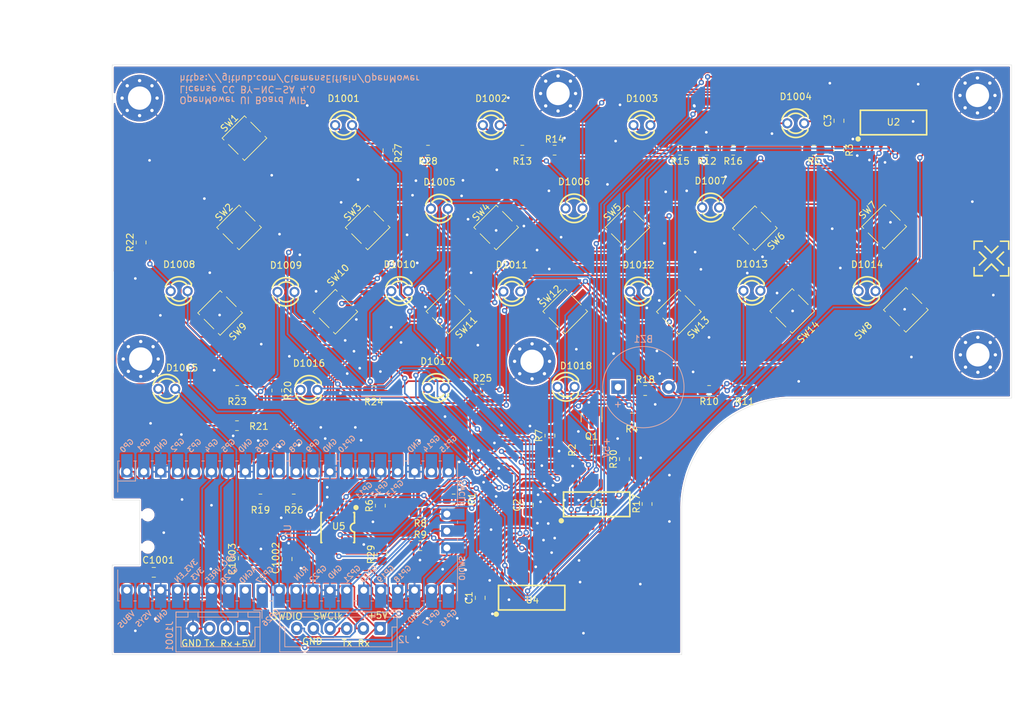
<source format=kicad_pcb>
(kicad_pcb (version 20211014) (generator pcbnew)
  (layers (0 "F.Cu" signal) (31 "B.Cu" signal) (34 "B.Paste" user) (35 "F.Paste" user) (36 "B.SilkS" user "B.Silkscreen") (37 "F.SilkS" user "F.Silkscreen") (38 "B.Mask" user) (39 "F.Mask" user) (44 "Edge.Cuts" user))
  (property "git_version" "WIP")
  (net 0 "")
  (net 1 "GND")
  (net 2 "+5V")
  (net 3 "/RaspberryPico/PiCo_RX")
  (net 4 "/RaspberryPico/PiCo_TX")
  (net 5 "Net-(J2-Pad2)")
  (net 6 "Net-(J2-Pad3)")
  (net 7 "Net-(J2-Pad4)")
  (net 8 "Net-(D1001-Pad1)")
  (net 9 "Net-(J2-Pad6)")
  (net 10 "/RaspberryPico/GP15")
  (net 11 "/RaspberryPico/GP16")
  (net 12 "/RaspberryPico/GP17")
  (net 13 "/RaspberryPico/GP18")
  (net 14 "Net-(D1002-Pad1)")
  (net 15 "Net-(D1003-Pad1)")
  (net 16 "Net-(D1001-Pad2)")
  (net 17 "Net-(D1002-Pad2)")
  (net 18 "Net-(D1003-Pad2)")
  (net 19 "Net-(D1004-Pad2)")
  (net 20 "/RaspberryPico/GP19")
  (net 21 "/RaspberryPico/GP20")
  (net 22 "/RaspberryPico/GP21")
  (net 23 "Net-(D1005-Pad2)")
  (net 24 "/RaspberryPico/GP22")
  (net 26 "Net-(D1004-Pad1)")
  (net 27 "Net-(D1005-Pad1)")
  (net 29 "Net-(D1006-Pad1)")
  (net 31 "Net-(D1007-Pad1)")
  (net 34 "Net-(D1006-Pad2)")
  (net 35 "Net-(D1008-Pad1)")
  (net 36 "Net-(D1009-Pad1)")
  (net 37 "Net-(D1010-Pad1)")
  (net 38 "Net-(D1011-Pad1)")
  (net 39 "Net-(D1012-Pad1)")
  (net 40 "Net-(D1013-Pad1)")
  (net 41 "Net-(D1014-Pad1)")
  (net 42 "Net-(D1015-Pad1)")
  (net 43 "Net-(D1016-Pad1)")
  (net 44 "Net-(D1017-Pad1)")
  (net 45 "Net-(D1018-Pad1)")
  (net 46 "Net-(D1007-Pad2)")
  (net 47 "Net-(D1008-Pad2)")
  (net 48 "Net-(D1009-Pad2)")
  (net 49 "Net-(D1010-Pad2)")
  (net 50 "Net-(D1011-Pad2)")
  (net 51 "Net-(D1012-Pad2)")
  (net 52 "Net-(D1013-Pad2)")
  (net 53 "Net-(D1014-Pad2)")
  (net 54 "Net-(D1015-Pad2)")
  (net 55 "Net-(D1016-Pad2)")
  (net 56 "Net-(D1017-Pad2)")
  (net 57 "Net-(D1018-Pad2)")
  (net 58 "Net-(R3-Pad2)")
  (net 59 "Net-(R17-Pad2)")
  (net 60 "Net-(R26-Pad2)")
  (net 61 "Net-(R29-Pad1)")
  (net 62 "/LEDmux/SER")
  (net 63 "/LEDmux/RCK")
  (net 64 "+3V3")
  (net 65 "/LEDmux/SRCK")
  (net 66 "Net-(U2-Pad9)")
  (net 67 "Net-(U3-Pad9)")
  (net 69 "Net-(J2-Pad5)")
  (net 74 "/RaspberryPico/GP2")
  (net 75 "/RaspberryPico/GP3")
  (net 76 "/RaspberryPico/GP6")
  (net 77 "/RaspberryPico/GP7")
  (net 78 "/RaspberryPico/GP8")
  (net 79 "/RaspberryPico/GP9")
  (net 80 "/RaspberryPico/GP14")
  (net 81 "/RaspberryPico/GP26")
  (net 82 "/RaspberryPico/GP27")
  (net 83 "/RaspberryPico/GP28")
  (net 84 "Net-(R6-Pad2)")
  (net 85 "Net-(R7-Pad2)")
  (net 86 "Net-(R8-Pad2)")
  (net 87 "Net-(R9-Pad2)")
  (net 88 "Net-(BZ1-Pad1)")
  (net 89 "Net-(Q1-Pad1)")
  (net 92 "+3.3V")
  (net 93 "/LEDmux/SRCK_3.3V")
  (net 94 "/LEDmux/RCK_3.3V")
  (net 95 "/LEDmux/SER_3.3V")
  (net 96 "/LEDmux/G_3.3V")
  (net 97 "/LEDmux/G")
  (footprint "MountingHole:MountingHole_3.5mm_Pad_Via" (layer "F.Cu") (at 69.117 64.977)
    (fp_text reference "H1001" hide)
    (fp_text value "MountingHole_Pad")
  )
  (footprint "MountingHole:MountingHole_3.5mm_Pad_Via" (layer "F.Cu") (at 131.927 64.287)
    (fp_text reference "H1006" hide)
    (fp_text value "MountingHole_Pad")
  )
  (footprint "MountingHole:MountingHole_3.5mm_Pad_Via" (layer "F.Cu") (at 194.877 64.577)
    (fp_text reference "H1002" hide)
    (fp_text value "MountingHole_Pad")
  )
  (footprint "MountingHole:MountingHole_3.5mm_Pad_Via" (layer "F.Cu") (at 69.287 104.137)
    (fp_text reference "H1003" hide)
    (fp_text value "MountingHole_Pad")
  )
  (footprint "MountingHole:MountingHole_3.5mm_Pad_Via" (layer "F.Cu") (at 128.027 104.487)
    (fp_text reference "H1004" hide)
    (fp_text value "MountingHole_Pad")
  )
  (footprint "MountingHole:MountingHole_3.5mm_Pad_Via" (layer "F.Cu") (at 194.937 103.507)
    (fp_text reference "H1005" hide)
    (fp_text value "MountingHole_Pad")
  )
  (footprint "lcsc:LED_SPACER_3mm" (layer "F.Cu") (at 133.132 108.317)
    (fp_text reference "SP01" hide)
    (fp_text value "LedSpacer")
  )
  (footprint "Resistor_SMD:R_0805_2012Metric_Pad1.20x1.40mm_HandSolder" (layer "F.Cu") (at 83.7344 114.1476 180)
    (fp_text reference "R21")
    (fp_text value "150")
  )
  (footprint "Resistor_SMD:R_0805_2012Metric_Pad1.20x1.40mm_HandSolder" (layer "F.Cu") (at 150.2316 72.7964 180)
    (fp_text reference "R15")
    (fp_text value "150")
  )
  (footprint "lcsc:SOIC-16_L10.8-W4.5-P1.27-LS6.8-BL" (layer "F.Cu") (at 137.7188 125.9332)
    (fp_text reference "U3")
    (fp_text value "TPIC6C596DRG4")
  )
  (footprint "lcsc:TSSOP-14_L5.0-W4.4-P0.65-LS6.4-BL" (layer "F.Cu") (at 98.8512 129.4356 180)
    (fp_text reference "U5")
    (fp_text value "RS0104YQ")
  )
  (footprint "Resistor_SMD:R_0805_2012Metric_Pad1.20x1.40mm_HandSolder" (layer "F.Cu") (at 105.252 126.1524 90)
    (fp_text reference "R6")
    (fp_text value "10k")
  )
  (footprint "lcsc:LED-TH_BD3.0-P2.54-FD" (layer "F.Cu") (at 161.022 93.887)
    (fp_text reference "D1013")
    (fp_text value "20mA 2V, Red")
  )
  (footprint "lcsc:LED-TH_BD3.0-P2.54-FD" (layer "F.Cu") (at 94.542 108.777)
    (fp_text reference "D1016")
    (fp_text value "20mA 2V, Red")
  )
  (footprint "lcsc:SOIC-16_L10.8-W4.5-P1.27-LS6.8-BL" (layer "F.Cu") (at 182.2704 68.6308)
    (fp_text reference "U2")
    (fp_text value "TPIC6C596DRG4")
  )
  (footprint "Resistor_SMD:R_0805_2012Metric_Pad1.20x1.40mm_HandSolder" (layer "F.Cu") (at 111.252 127.1524 180)
    (fp_text reference "R8")
    (fp_text value "10k")
  )
  (footprint "x-tech-logo:x-tech-logo" (layer "F.Cu") (at 197 89)
    (fp_text reference "G***" hide)
    (fp_text value "LOGO" hide)
  )
  (footprint "Resistor_SMD:R_0805_2012Metric_Pad1.20x1.40mm_HandSolder" (layer "F.Cu") (at 174.0568 72.7964 90)
    (fp_text reference "R3")
    (fp_text value "10k")
  )
  (footprint "Button_Switch_SMD:SW_SPST_TL3305A" (layer "F.Cu") (at 132.997 96.987 45)
    (fp_text reference "SW12")
    (fp_text value "SW_MEC_5G")
  )
  (footprint "Resistor_SMD:R_0805_2012Metric_Pad1.20x1.40mm_HandSolder" (layer "F.Cu") (at 131.4064 72.7964)
    (fp_text reference "R14")
    (fp_text value "150")
  )
  (footprint "Resistor_SMD:R_0805_2012Metric_Pad1.20x1.40mm_HandSolder" (layer "F.Cu") (at 145.288 125.8984 -90)
    (fp_text reference "R17")
    (fp_text value "10k")
  )
  (footprint "Resistor_SMD:R_0805_2012Metric_Pad1.20x1.40mm_HandSolder" (layer "F.Cu") (at 143 113 180)
    (fp_text reference "R4")
    (fp_text value "1k")
  )
  (footprint "lcsc:LED_SPACER_3mm" (layer "F.Cu") (at 144.012 94.007)
    (fp_text reference "SP02" hide)
    (fp_text value "LedSpacer")
  )
  (footprint "Capacitor_SMD:C_0805_2012Metric_Pad1.18x1.45mm_HandSolder" (layer "F.Cu") (at 174.0916 68.3768 90)
    (fp_text reference "C3")
    (fp_text value "100nF")
  )
  (footprint "Button_Switch_SMD:SW_SPST_TL3305A" (layer "F.Cu") (at 142.337 84.387 45)
    (fp_text reference "SW5")
    (fp_text value "SW_MEC_5G")
  )
  (footprint "lcsc:LED_SPACER_3mm" (layer "F.Cu") (at 94.542 108.777)
    (fp_text reference "SP03" hide)
    (fp_text value "LedSpacer")
  )
  (footprint "lcsc:LED-TH_BD3.0-P2.54-FD" (layer "F.Cu") (at 114.122 81.577)
    (fp_text reference "D1005")
    (fp_text value "20mA 2V, Red")
  )
  (footprint "Resistor_SMD:R_0805_2012Metric_Pad1.20x1.40mm_HandSolder" (layer "F.Cu") (at 154.6004 108.8644 180)
    (fp_text reference "R10")
    (fp_text value "150")
  )
  (footprint "Resistor_SMD:R_0805_2012Metric_Pad1.20x1.40mm_HandSolder" (layer "F.Cu") (at 120.5644 108.6612)
    (fp_text reference "R25")
    (fp_text value "150")
  )
  (footprint "lcsc:LED_SPACER_3mm" (layer "F.Cu") (at 144.522 69.037)
    (fp_text reference "SP04" hide)
    (fp_text value "LedSpacer")
  )
  (footprint "Resistor_SMD:R_0805_2012Metric_Pad1.20x1.40mm_HandSolder" (layer "F.Cu") (at 83.7692 108.8644 180)
    (fp_text reference "R23")
    (fp_text value "150")
  )
  (footprint "lcsc:LED_SPACER_3mm" (layer "F.Cu") (at 121.902 69.037)
    (fp_text reference "SP05" hide)
    (fp_text value "LedSpacer")
  )
  (footprint "Resistor_SMD:R_0805_2012Metric_Pad1.20x1.40mm_HandSolder" (layer "F.Cu") (at 141.8844 119.1608 90)
    (fp_text reference "R30")
    (fp_text value "10k")
  )
  (footprint "lcsc:LED-TH_BD3.0-P2.54-FD" (layer "F.Cu") (at 144.012 94.007)
    (fp_text reference "D1012")
    (fp_text value "20mA 2V, Red")
  )
  (footprint "Package_TO_SOT_SMD:SOT-23" (layer "F.Cu") (at 136.9568 112.9284 -90)
    (fp_text reference "Q1")
    (fp_text value "BSS138")
  )
  (footprint "Capacitor_SMD:C_0805_2012Metric_Pad1.18x1.45mm_HandSolder" (layer "F.Cu") (at 71.252 136.1524)
    (fp_text reference "C1001")
    (fp_text value "100nF")
  )
  (footprint "lcsc:LED-TH_BD3.0-P2.54-FD" (layer "F.Cu") (at 121.902 69.037)
    (fp_text reference "D1002")
    (fp_text value "20mA 2V, Red")
  )
  (footprint "lcsc:LED-TH_BD3.0-P2.54-FD" (layer "F.Cu") (at 134.332 81.527)
    (fp_text reference "D1006")
    (fp_text value "20mA 2V, Red")
  )
  (footprint "lcsc:LED_SPACER_3mm" (layer "F.Cu") (at 154.832 81.407)
    (fp_text reference "SP06" hide)
    (fp_text value "LedSpacer")
  )
  (footprint "Button_Switch_SMD:SW_SPST_TL3305A" (layer "F.Cu") (at 184.127 96.757 45)
    (fp_text reference "SW8")
    (fp_text value "SW_MEC_5G")
  )
  (footprint "Resistor_SMD:R_0805_2012Metric_Pad1.20x1.40mm_HandSolder" (layer "F.Cu") (at 136.906 117.8052 180)
    (fp_text reference "R2")
    (fp_text value "47k")
  )
  (footprint "Resistor_SMD:R_0805_2012Metric_Pad1.20x1.40mm_HandSolder" (layer "F.Cu") (at 69.342 86.6488 90)
    (fp_text reference "R22")
    (fp_text value "150")
  )
  (footprint "lcsc:LED_SPACER_3mm" (layer "F.Cu") (at 91.092 94.067)
    (fp_text reference "SP07" hide)
    (fp_text value "LedSpacer")
  )
  (footprint "Button_Switch_SMD:SW_SPST_TL3305A" (layer "F.Cu") (at 84.047 84.387 45)
    (fp_text reference "SW2")
    (fp_text value "SW_MEC_5G")
  )
  (footprint "Button_Switch_SMD:SW_SPST_TL3305A" (layer "F.Cu") (at 81.207 97.217 45)
    (fp_text reference "SW9")
    (fp_text value "SW_MEC_5G")
  )
  (footprint "lcsc:LED_SPACER_3mm" (layer "F.Cu") (at 134.332 81.527)
    (fp_text reference "SP08" hide)
    (fp_text value "LedSpacer")
  )
  (footprint "lcsc:SOIC-16_L10.8-W4.5-P1.27-LS6.8-BL" (layer "F.Cu") (at 127.9652 139.954)
    (fp_text reference "U4")
    (fp_text value "TPIC6C596DRG4")
  )
  (footprint "Button_Switch_SMD:SW_SPST_TL3305A" (layer "F.Cu") (at 84.857 70.987 45)
    (fp_text reference "SW1")
    (fp_text value "SW_MEC_5G")
  )
  (footprint "Resistor_SMD:R_0805_2012Metric_Pad1.20x1.40mm_HandSolder" (layer "F.Cu") (at 105.506 133.4648 90)
    (fp_text reference "R29")
    (fp_text value "10k")
  )
  (footprint "Resistor_SMD:R_0805_2012Metric_Pad1.20x1.40mm_HandSolder" (layer "F.Cu") (at 89.7128 108.8644 -90)
    (fp_text reference "R20")
    (fp_text value "150")
  )
  (footprint "Button_Switch_SMD:SW_SPST_TL3305A" (layer "F.Cu") (at 150.057 97.037 45)
    (fp_text reference "SW13")
    (fp_text value "SW_MEC_5G")
  )
  (footprint "Capacitor_SMD:C_0805_2012Metric_Pad1.18x1.45mm_HandSolder" (layer "F.Cu") (at 120.2436 139.9833 90)
    (fp_text reference "C1")
    (fp_text value "100nF")
  )
  (footprint "lcsc:LED_SPACER_3mm" (layer "F.Cu") (at 114.143364 81.464839)
    (fp_text reference "SP09" hide)
    (fp_text value "LedSpacer")
  )
  (footprint "Resistor_SMD:R_0805_2012Metric_Pad1.20x1.40mm_HandSolder" (layer "F.Cu") (at 159.9344 108.8644 180)
    (fp_text reference "R11")
    (fp_text value "150")
  )
  (footprint "lcsc:LED_SPACER_3mm" (layer "F.Cu") (at 113.662 108.497)
    (fp_text reference "SP10" hide)
    (fp_text value "LedSpacer")
  )
  (footprint "lcsc:LED-TH_BD3.0-P2.54-FD" (layer "F.Cu") (at 154.832 81.407)
    (fp_text reference "D1007")
    (fp_text value "20mA 2V, Red")
  )
  (footprint "Resistor_SMD:R_0805_2012Metric_Pad1.20x1.40mm_HandSolder" (layer "F.Cu") (at 106.4064 72.7964 90)
    (fp_text reference "R27")
    (fp_text value "150")
  )
  (footprint "lcsc:LED-TH_BD3.0-P2.54-FD" (layer "F.Cu") (at 113.662 108.497)
    (fp_text reference "D1017")
    (fp_text value "20mA 2V, Red")
  )
  (footprint "lcsc:LED-TH_BD3.0-P2.54-FD" (layer "F.Cu") (at 178.312 93.947)
    (fp_text reference "D1014")
    (fp_text value "20mA 2V, Red")
  )
  (footprint "lcsc:LED-TH_BD3.0-P2.54-FD" (layer "F.Cu") (at 108.162 93.947)
    (fp_text reference "D1010")
    (fp_text value "20mA 2V, Red")
  )
  (footprint "Resistor_SMD:R_0805_2012Metric_Pad1.20x1.40mm_HandSolder" (layer "F.Cu") (at 116.252 125.1524 180)
    (fp_text reference "R1")
    (fp_text value "1k")
  )
  (footprint "lcsc:LED_SPACER_3mm" (layer "F.Cu") (at 161.022 93.887)
    (fp_text reference "SP11" hide)
    (fp_text value "LedSpacer")
  )
  (footprint "Button_Switch_SMD:SW_SPST_TL3305A" (layer "F.Cu") (at 167.067 96.927 45)
    (fp_text reference "SW14")
    (fp_text value "SW_MEC_5G")
  )
  (footprint "Resistor_SMD:R_0805_2012Metric_Pad1.20x1.40mm_HandSolder" (layer "F.Cu") (at 130.7084 115.6368 90)
    (fp_text reference "R7")
    (fp_text value "10k")
  )
  (footprint "lcsc:LED_SPACER_3mm" (layer "F.Cu") (at 196 96 180)
    (fp_text reference "SP12" hide)
    (fp_text value "LedSpacer")
  )
  (footprint "lcsc:LED_SPACER_3mm" (layer "F.Cu") (at 124.992 94.007)
    (fp_text reference "SP13" hide)
    (fp_text value "LedSpacer")
  )
  (footprint "lcsc:LED-TH_BD3.0-P2.54-FD" (layer "F.Cu") (at 133.132 108.317)
    (fp_text reference "D1018")
    (fp_text value "20mA 2V, Red")
  )
  (footprint "Button_Switch_SMD:SW_SPST_TL3305A" (layer "F.Cu") (at 161.467 84.497 45)
    (fp_text reference "SW6")
    (fp_text value "SW_MEC_5G")
  )
  (footprint "Resistor_SMD:R_0805_2012Metric_Pad1.20x1.40mm_HandSolder" (layer "F.Cu") (at 112.4064 72.7964 180)
    (fp_text reference "R28")
    (fp_text value "150")
  )
  (footprint "lcsc:LED-TH_BD3.0-P2.54-FD" (layer "F.Cu") (at 99.742 69.037)
    (fp_text reference "D1001")
    (fp_text value "20mA 2V, Red")
  )
  (footprint "lcsc:LED-TH_BD3.0-P2.54-FD" (layer "F.Cu") (at 167.602 68.757)
    (fp_text reference "D1004")
    (fp_text value "20mA 2V, Red")
  )
  (footprint "lcsc:LED-TH_BD3.0-P2.54-FD" (layer "F.Cu") (at 75.057 93.947)
    (fp_text reference "D1008")
    (fp_text value "20mA 2V, Red")
  )
  (footprint "lcsc:LED_SPACER_3mm" (layer "F.Cu") (at 99.742 68.9864)
    (fp_text reference "SP14" hide)
    (fp_text value "LedSpacer")
  )
  (footprint "Resistor_SMD:R_0805_2012Metric_Pad1.20x1.40mm_HandSolder" (layer "F.Cu") (at 145 108.8644)
    (fp_text reference "R18")
    (fp_text value "150")
  )
  (footprint "Capacitor_SMD:C_0805_2012Metric_Pad1.18x1.45mm_HandSolder" (layer "F.Cu") (at 84.6836 134.0397 90)
    (fp_text reference "C1003")
    (fp_text value "1uF")
  )
  (footprint "Button_Switch_SMD:SW_SPST_TL3305A" (layer "F.Cu") (at 115.477 96.987 45)
    (fp_text reference "SW11")
    (fp_text value "SW_MEC_5G")
  )
  (footprint "Resistor_SMD:R_0805_2012Metric_Pad1.20x1.40mm_HandSolder" (layer "F.Cu") (at 154.2608 72.7964 180)
    (fp_text reference "R12")
    (fp_text value "150")
  )
  (footprint "Resistor_SMD:R_0805_2012Metric_Pad1.20x1.40mm_HandSolder" (layer "F.Cu") (at 87.252 125.1524 180)
    (fp_text reference "R19")
    (fp_text value "150")
  )
  (footprint "Resistor_SMD:R_0805_2012Metric_Pad1.20x1.40mm_HandSolder" (layer "F.Cu") (at 111.252 132.1524)
    (fp_text reference "R9")
    (fp_text value "10k")
  )
  (footprint "lcsc:LED_SPACER_3mm" (layer "F.Cu") (at 73.202 108.607)
    (fp_text reference "SP15" hide)
    (fp_text value "LedSpacer")
  )
  (footprint "Capacitor_SMD:C_0805_2012Metric_Pad1.18x1.45mm_HandSolder" (layer "F.Cu") (at 91.252 134.1524 90)
    (fp_text reference "C1002")
    (fp_text value "100nF")
  )
  (footprint "Resistor_SMD:R_0805_2012Metric_Pad1.20x1.40mm_HandSolder" (layer "F.Cu") (at 92.252 125.1524 180)
    (fp_text reference "R26")
    (fp_text value "10k")
  )
  (footprint "lcsc:LED-TH_BD3.0-P2.54-FD" (layer "F.Cu") (at 73.202 108.607)
    (fp_text reference "D1015")
    (fp_text value "20mA 2V, Red")
  )
  (footprint "lcsc:LED-TH_BD3.0-P2.54-FD" (layer "F.Cu") (at 124.992 94.007)
    (fp_text reference "D1011")
    (fp_text value "20mA 2V, Red")
  )
  (footprint "Capacitor_SMD:C_0805_2012Metric_Pad1.18x1.45mm_HandSolder" (layer "F.Cu") (at 127.4572 126.0563 90)
    (fp_text reference "C2")
    (fp_text value "100nF")
  )
  (footprint "Resistor_SMD:R_0805_2012Metric_Pad1.20x1.40mm_HandSolder" (layer "F.Cu") (at 104.2764 108.9152 180)
    (fp_text reference "R24")
    (fp_text value "150")
  )
  (footprint "lcsc:LED-TH_BD3.0-P2.54-FD" (layer "F.Cu") (at 91.092 94.067)
    (fp_text reference "D1009")
    (fp_text value "20mA 2V, Red")
  )
  (footprint "Resistor_SMD:R_0805_2012Metric_Pad1.20x1.40mm_HandSolder" (layer "F.Cu") (at 126.5588 72.7964 180)
    (fp_text reference "R13")
    (fp_text value "150")
  )
  (footprint "lcsc:LED_SPACER_3mm" (layer "F.Cu") (at 167.602 68.757)
    (fp_text reference "SP16" hide)
    (fp_text value "LedSpacer")
  )
  (footprint "Button_Switch_SMD:SW_SPST_TL3305A" (layer "F.Cu") (at 98.497 97.037 45)
    (fp_text reference "SW10")
    (fp_text value "SW_MEC_5G")
  )
  (footprint "Resistor_SMD:R_0805_2012Metric_Pad1.20x1.40mm_HandSolder" (layer "F.Cu") (at 158.2072 72.7964 180)
    (fp_text reference "R16")
    (fp_text value "150")
  )
  (footprint "lcsc:LED_SPACER_3mm" (layer "F.Cu") (at 75.057 93.947)
    (fp_text reference "SP17" hide)
    (fp_text value "LED_SPACER_3mm")
  )
  (footprint "Button_Switch_SMD:SW_SPST_TL3305A" (layer "F.Cu") (at 180.877 84.267 45)
    (fp_text reference "SW7")
    (fp_text value "SW_MEC_5G")
  )
  (footprint "Button_Switch_SMD:SW_SPST_TL3305A" (layer "F.Cu") (at 103.347 84.387 45)
    (fp_text reference "SW3")
    (fp_text value "SW_MEC_5G")
  )
  (footprint "lcsc:LED_SPACER_3mm" (layer "F.Cu") (at 108.204 93.8784)
    (fp_text reference "SP18" hide)
    (fp_text value "LED_SPACER_3mm")
  )
  (footprint "lcsc:LED_SPACER_3mm" (layer "F.Cu") (at 178.312 93.947)
    (fp_text reference "SP20" hide)
    (fp_text value "LED_SPACER_3mm")
  )
  (footprint "Resistor_SMD:R_0805_2012Metric_Pad1.20x1.40mm_HandSolder" (layer "F.Cu") (at 170.3136 72.7964 180)
    (fp_text reference "R5")
    (fp_text value "150")
  )
  (footprint "lcsc:LED-TH_BD3.0-P2.54-FD" (layer "F.Cu") (at 144.522 69.037)
    (fp_text reference "D1003")
    (fp_text value "20mA 2V, Red")
  )
  (footprint "Button_Switch_SMD:SW_SPST_TL3305A" (layer "F.Cu") (at 122.637 84.387 45)
    (fp_text reference "SW4")
    (fp_text value "SW_MEC_5G")
  )
  (footprint "Connector_JST:JST_XH_B4B-XH-A_1x04_P2.50mm_Vertical" (layer "B.Cu") (at 84.6328 144.5768 180)
    (fp_text reference "J1001")
    (fp_text value "Conn_01x04_Male")
  )
  (footprint "Buzzer_Beeper:Buzzer_12x9.5RM7.6" (layer "B.Cu") (at 140.9292 108.3564)
    (fp_text reference "BZ1")
    (fp_text value "Buzzer")
  )
  (footprint "Connector_JST:JST_XH_B6B-XH-A_1x06_P2.50mm_Vertical" (layer "B.Cu") (at 105.2068 144.5768 180)
    (fp_text reference "J2")
    (fp_text value "Conn_01x06_Male")
  )
  (footprint "ene9ba_footprint:RPi_Pico_SMD_TH" (layer "B.Cu") (at 91.3384 129.9464 -90)
    (fp_text reference "U1")
    (fp_text value "Raspberry-Pico")
  )
  (gr_line (start 65 148.5) (end 150.5 148.5) (layer "Edge.Cuts") (width 0.05))
  (gr_line (start 200 110) (end 167 110) (layer "Edge.Cuts") (width 0.05))
  (gr_line (start 65 148.5) (end 64.9986 135.0518) (layer "Edge.Cuts") (width 0.05))
  (gr_line (start 69.1134 125.2982) (end 69.1134 135.0518) (layer "Edge.Cuts") (width 0.05))
  (gr_line (start 65 60) (end 200 60) (layer "Edge.Cuts") (width 0.05))
  (gr_line (start 150.5 148.5) (end 150.5 126.5) (layer "Edge.Cuts") (width 0.05))
  (gr_line (start 69.1134 135.0518) (end 64.9986 135.0518) (layer "Edge.Cuts") (width 0.05))
  (gr_arc (start 150.5 126.5) (mid 155.332738 114.832738) (end 167 110) (layer "Edge.Cuts") (width 0.05))
  (gr_line (start 69.1134 125.2982) (end 64.9986 125.2982) (layer "Edge.Cuts") (width 0.05))
  (gr_line (start 200 60) (end 200 110) (layer "Edge.Cuts") (width 0.05))
  (gr_line (start 64.9986 125.2982) (end 65 60) (layer "Edge.Cuts") (width 0.05))
  (gr_text "OpenMower UI Board ${git_version}\nLicense CC BY-NC-SA 4.0\nhttps://github.com/ClemensElflein/OpenMower" (at 75.012952 63.657 180) (layer "B.SilkS") (effects (font (size 1 1)) (justify left mirror)))
  (gr_text "+5V" (at 139.177 117.437 90) (layer "B.SilkS") (effects (font (size 1 1)) (justify mirror)))
  (gr_text "Rx" (at 82.1436 146.8628) (layer "F.SilkS") (effects (font (size 1 1))))
  (gr_text "Rx" (at 102.7684 146.812) (layer "F.SilkS") (effects (font (size 1 1))))
  (gr_text "Tx" (at 79.6036 146.812) (layer "F.SilkS") (effects (font (size 1 1))))
  (gr_text "+5V" (at 84.7344 146.8628) (layer "F.SilkS") (effects (font (size 1 1))))
  (gr_text "Tx" (at 100.2284 146.7612) (layer "F.SilkS") (effects (font (size 1 1))))
  (gr_text "+5V" (at 104.8512 142.5956) (layer "F.SilkS") (effects (font (size 1 1))))
  (gr_text "GND" (at 95.0468 146.5072) (layer "F.SilkS") (effects (font (size 1 1))))
  (gr_text "GND" (at 76.9112 146.812) (layer "F.SilkS") (effects (font (size 1 1))))
  (gr_text "SWClk" (at 97.3836 142.6972) (layer "F.SilkS") (effects (font (size 1 1))))
  (gr_text "SWDIO" (at 91.2368 142.748) (layer "F.SilkS") (effects (font (size 1 1))))
  (via (at 119.888 102.0572) (size 0.8) (drill 0.4) (layers "F.Cu" "B.Cu") (net 1))
  (via (at 117.6528 77.3176) (size 0.8) (drill 0.4) (layers "F.Cu" "B.Cu") (net 1))
  (via (at 120.7516 122.6312) (size 0.8) (drill 0.4) (layers "F.Cu" "B.Cu") (net 1))
  (via (at 168.0464 107.4928) (size 0.8) (drill 0.4) (layers "F.Cu" "B.Cu") (net 1))
  (via (at 130.4544 128.8288) (size 0.8) (drill 0.4) (layers "F.Cu" "B.Cu") (net 1))
  (via (at 104.14 128.5748) (size 0.8) (drill 0.4) (layers "F.Cu" "B.Cu") (net 1))
  (via (at 129.7432 131.318) (size 0.8) (drill 0.4) (layers "F.Cu" "B.Cu") (net 1))
  (via (at 148.6408 128.524) (size 0.8) (drill 0.4) (layers "F.Cu" "B.Cu") (net 1))
  (via (at 176.1744 71.12) (size 0.8) (drill 0.4) (layers "F.Cu" "B.Cu") (net 1))
  (via (at 102.7684 131.9784) (size 0.8) (drill 0.4) (layers "F.Cu" "B.Cu") (net 1))
  (via (at 140.5636 71.4248) (size 0.8) (drill 0.4) (layers "F.Cu" "B.Cu") (net 1))
  (via (at 145.2513 96.4692) (size 0.8) (drill 0.4) (layers "F.Cu" "B.Cu") (net 1))
  (via (at 112.268 143.0528) (size 0.8) (drill 0.4) (layers "F.Cu" "B.Cu") (net 1))
  (via (at 70.612 74.3204) (size 0.8) (drill 0.4) (layers "F.Cu" "B.Cu") (net 1))
  (via (at 130.6068 90.6272) (size 0.8) (drill 0.4) (layers "F.Cu" "B.Cu") (net 1))
  (via (at 132.8928 70.9676) (size 0.8) (drill 0.4) (layers "F.Cu" "B.Cu") (net 1))
  (via (at 126.7968 84.1756) (size 0.8) (drill 0.4) (layers "F.Cu" "B.Cu") (net 1))
  (via (at 79.8068 135.636) (size 0.8) (drill 0.4) (layers "F.Cu" "B.Cu") (net 1))
  (via (at 132.3848 85.852) (size 0.8) (drill 0.4) (layers "F.Cu" "B.Cu") (net 1))
  (via (at 90.1192 117.348) (size 0.8) (drill 0.4) (layers "F.Cu" "B.Cu") (net 1))
  (via (at 122.7328 75.7428) (size 0.8) (drill 0.4) (layers "F.Cu" "B.Cu") (net 1))
  (via (at 94.2848 66.0908) (size 0.8) (drill 0.4) (layers "F.Cu" "B.Cu") (net 1))
  (via (at 134.9756 115.0112) (size 0.8) (drill 0.4) (layers "F.Cu" "B.Cu") (net 1))
  (via (at 140.8684 116.078) (size 0.8) (drill 0.4) (layers "F.Cu" "B.Cu") (net 1))
  (via (at 140.2588 103.3272) (size 0.8) (drill 0.4) (layers "F.Cu" "B.Cu") (net 1))
  (via (at 144.3228 118.9736) (size 0.8) (drill 0.4) (layers "F.Cu" "B.Cu") (net 1))
  (via (at 68.4784 92.0496) (size 0.8) (drill 0.4) (layers "F.Cu" "B.Cu") (net 1))
  (via (at 121.666 137.3632) (size 0.8) (drill 0.4) (layers "F.Cu" "B.Cu") (net 1))
  (via (at 185.979 62.8904) (size 0.8) (drill 0.4) (layers "F.Cu" "B.Cu") (net 1))
  (via (at 131.4196 131.0132) (size 0.8) (drill 0.4) (layers "F.Cu" "B.Cu") (net 1))
  (via (at 91.4908 131.7752) (size 0.8) (drill 0.4) (layers "F.Cu" "B.Cu") (net 1))
  (via (at 146.7612 102.9208) (size 0.8) (drill 0.4) (layers "F.Cu" "B.Cu") (net 1))
  (via (at 152.4 66.1924) (size 0.8) (drill 0.4) (layers "F.Cu" "B.Cu") (net 1))
  (via (at 118.11 140.1064) (size 0.8) (drill 0.4) (layers "F.Cu" "B.Cu") (net 1))
  (via (at 131.1656 123.1025) (size 0.8) (drill 0.4) (layers "F.Cu" "B.Cu") (net 1))
  (via (at 144.272 137.922) (size 0.8) (drill 0.4) (layers "F.Cu" "B.Cu") (net 1))
  (via (at 111.2012 134.3152) (size 0.8) (drill 0.4) (layers "F.Cu" "B.Cu") (net 1))
  (via (at 141.224 65.9892) (size 0.8) (drill 0.4) (layers "F.Cu" "B.Cu") (net 1))
  (via (at 112.014 96.3168) (size 0.8) (drill 0.4) (layers "F.Cu" "B.Cu") (net 1))
  (via (at 131.464744 124.465656) (size 0.8) (drill 0.4) (layers "F.Cu" "B.Cu") (net 1))
  (via (at 135.2296 137.6172) (size 0.8) (drill 0.4) (layers "F.Cu" "B.Cu") (net 1))
  (via (at 130.9624 133.1976) (size 0.8) (drill 0.4) (layers "F.Cu" "B.Cu") (net 1))
  (via (at 135.7376 145.288) (size 0.8) (drill 0.4) (layers "F.Cu" "B.Cu") (net 1))
  (via (at 147.8788 86.7664) (size 0.8) (drill 0.4) (layers "F.Cu" "B.Cu") (net 1))
  (via (at 117.094 119.5832) (size 0.8) (drill 0.4) (layers "F.Cu" "B.Cu") (net 1))
  (via (at 101.4984 114.4016) (size 0.8) (drill 0.4) (layers "F.Cu" "B.Cu") (net 1))
  (via (at 110.5916 77.3684) (size 0.8) (drill 0.4) (layers "F.Cu" "B.Cu") (net 1))
  (via (at 109.2708 85.4964) (size 0.8) (drill 0.4) (layers "F.Cu" "B.Cu") (net 1))
  (via (at 86.9188 116.3828) (size 0.8) (drill 0.4) (layers "F.Cu" "B.Cu") (net 1))
  (via (at 93.0656 117.0432) (size 0.8) (drill 0.4) (layers "F.Cu" "B.Cu") (net 1))
  (via (at 68.4784 144.932) (size 0.8) (drill 0.4) (layers "F.Cu" "B.Cu") (net 1))
  (via (at 72.7456 130.2) (size 0.8) (drill 0.4) (layers "F.Cu" "B.Cu") (net 1))
  (via (at 184.9628 103.8352) (size 0.8) (drill 0.4) (layers "F.Cu" "B.Cu") (net 1))
  (via (at 105.2576 106.0196) (size 0.8) (drill 0.4) (layers "F.Cu" "B.Cu") (net 1))
  (via (at 151.2316 78.8924) (size 0.8) (drill 0.4) (layers "F.Cu" "B.Cu") (net 1))
  (via (at 87.376 101.9048) (size 0.8) (drill 0.4) (layers "F.Cu" "B.Cu") (net 1))
  (via (at 135.0772 134.366) (size 0.8) (drill 0.4) (layers "F.Cu" "B.Cu") (net 1))
  (via (at 99.3648 80.6196) (size 0.8) (drill 0.4) (layers "F.Cu" "B.Cu") (net 1))
  (via (at 93.1672 88.4936) (size 0.8) (drill 0.4) (layers "F.Cu" "B.Cu") (net 1))
  (via (at 97.282 123.3932) (size 0.8) (drill 0.4) (layers "F.Cu" "B.Cu") (net 1))
  (via (at 123.444 114.0968) (size 0.8) (drill 0.4) (layers "F.Cu" "B.Cu") (net 1))
  (via (at 135.0264 125.3236) (size 0.8) (drill 0.4) (layers "F.Cu" "B.Cu") (net 1))
  (via (at 72.2376 97.5868) (size 0.8) (drill 0.4) (layers "F.Cu" "B.Cu") (net 1))
  (via (at 185.2168 68.4784) (size 0.8) (drill 0.4) (layers "F.Cu" "B.Cu") (net 1))
  (via (at 96.9772 116.078) (size 0.8) (drill 0.4) (layers "F.Cu" "B.Cu") (net 1))
  (via (at 121.8692 129.7432) (size 0.8) (drill 0.4) (layers "F.Cu" "B.Cu") (net 1))
  (via (at 90.3732 127.9652) (size 0.8) (drill 0.4) (layers "F.Cu" "B.Cu") (net 1))
  (via (at 114.6048 135.6868) (size 0.8) (drill 0.4) (layers "F.Cu" "B.Cu") (net 1))
  (via (at 127.7112 114.1984) (size 0.8) (drill 0.4) (layers "F.Cu" "B.Cu") (net 1))
  (via (at 117.1448 123.7488) (size 0.8) (drill 0.4) (layers "F.Cu" "B.Cu") (net 1))
  (via (at 128.778 87.7824) (size 0.8) (drill 0.4) (layers "F.Cu" "B.Cu") (net 1))
  (via (at 116.7892 143.0528) (size 0.8) (drill 0.4) (layers "F.Cu" "B.Cu") (net 1))
  (via (at 102.362 116.332) (size 0.8) (drill 0.4) (layers "F.Cu" "B.Cu") (net 1))
  (via (at 183.9468 96.6724) (size 0.8) (drill 0.4) (layers "F.Cu" "B.Cu") (net 1))
  (via (at 167.132 96.9264) (size 0.8) (drill 0.4) (layers "F.Cu" "B.Cu") (net 1))
  (via (at 71.4756 143.1544) (size 0.8) (drill 0.4) (layers "F.Cu" "B.Cu") (net 1))
  (via (at 152.502 88.0872) (size 0.8) (drill 0.4) (layers "F.Cu" "B.Cu") (net 1))
  (via (at 106.8832 99.3648) (size 0.8) (drill 0.4) (layers "F.Cu" "B.Cu") (net 1))
  (via (at 174.2948 90.4748) (size 0.8) (drill 0.4) (layers "F.Cu" "B.Cu") (net 1))
  (via (at 99.2632 109.2708) (size 0.8) (drill 0.4) (layers "F.Cu" "B.Cu") (net 1))
  (via (at 162.6108 88.7984) (size 0.8) (drill 0.4) (layers "F.Cu" "B.Cu") (net 1))
  (via (at 122.6312 84.836) (size 0.8) (drill 0.4) (layers "F.Cu" "B.Cu") (net 1))
  (via (at 79.6544 91.186) (size 0.8) (drill 0.4) (layers "F.Cu" "B.Cu") (net 1))
  (via (at 124.5616 140.2588) (size 0.8) (drill 0.4) (layers "F.Cu" "B.Cu") (net 1))
  (via (at 157.0736 76.7588) (size 0.8) (drill 0.4) (layers "F.Cu" "B.Cu") (net 1))
  (via (at 129.4892 120.142) (size 0.8) (drill 0.4) (layers "F.Cu" "B.Cu") (net 1))
  (via (at 129.291656 125.571944) (size 0.8) (drill 0.4) (layers "F.Cu" "B.Cu") (net 1))
  (via (at 78.8416 80.0608) (size 0.8) (drill 0.4) (layers "F.Cu" "B.Cu") (net 1))
  (via (at 91.5924 103.7336) (size 0.8) (drill 0.4) (layers "F.Cu" "B.Cu") (net 1))
  (via (at 136.5504 110.6424) (size 0.8) (drill 0.4) (layers "F.Cu" "B.Cu") (net 1))
  (via (at 97.282 124.8664) (size 0.8) (drill 0.4) (layers "F.Cu" "B.Cu") (net 1))
  (via (at 108.3564 101.6508) (size 0.8) (drill 0.4) (layers "F.Cu" "B.Cu") (net 1))
  (via (at 130.556 78.8924) (size 0.8) (drill 0.4) (layers "F.Cu" "B.Cu") (net 1))
  (via (at 164.0332 70.3072) (size 0.8) (drill 0.4) (layers "F.Cu" "B.Cu") (net 1))
  (via (at 117.4496 79.6544) (size 0.8) (drill 0.4) (layers "F.Cu" "B.Cu") (net 1))
  (via (at 137.8204 125.2728) (size 0.8) (drill 0.4) (layers "F.Cu" "B.Cu") (net 1))
  (via (at 122.6312 124.7648) (size 0.8) (drill 0.4) (layers "F.Cu" "B.Cu") (net 1))
  (via (at 90.1192 85.3948) (size 0.8) (drill 0.4) (layers "F.Cu" "B.Cu") (net 1))
  (via (at 146.5072 110.9472) (size 0.8) (drill 0.4) (layers "F.Cu" "B.Cu") (net 1))
  (via (at 88.9508 76.5556) (size 0.8) (drill 0.4) (layers "F.Cu" "B.Cu") (net 1))
  (via (at 164.7952 94.234) (size 0.8) (drill 0.4) (layers "F.Cu" "B.Cu") (net 1))
  (via (at 176.8348 73.6092) (size 0.8) (drill 0.4) (layers "F.Cu" "B.Cu") (net 1))
  (via (at 75.4888 125.222) (size 0.8) (drill 0.4) (layers "F.Cu" "B.Cu") (net 1))
  (via (at 124.46 64.9224) (size 0.8) (drill 0.4) (layers "F.Cu" "B.Cu") (net 1))
  (via (at 100.2792 106.3244) (size 0.8) (drill 0.4) (layers "F.Cu" "B.Cu") (net 1))
  (via (at 95.6056 93.98) (size 0.8) (drill 0.4) (layers "F.Cu" "B.Cu") (net 1))
  (via (at 118.0592 135.7884) (size 0.8) (drill 0.4) (layers "F.Cu" "B.Cu") (net 1))
  (via (at 96.3168 114.4016) (size 0.8) (drill 0.4) (layers "F.Cu" "B.Cu") (net 1))
  (via (at 129.839144 122.840056) (size 0.8) (drill 0.4) (layers "F.Cu" "B.Cu") (net 1))
  (via (at 110.7948 89.7128) (size 0.8) (drill 0.4) (layers "F.Cu" "B.Cu") (net 1))
  (via (at 194.1068 80.518) (size 0.8) (drill 0.4) (layers "F.Cu" "B.Cu") (net 1))
  (via (at 110.9472 145.9484) (size 0.8) (drill 0.4) (layers "F.Cu" "B.Cu") (net 1))
  (via (at 134.6708 102.6668) (size 0.8) (drill 0.4) (layers "F.Cu" "B.Cu") (net 1))
  (via (at 154.178 70.104) (size 0.8) (drill 0.4) (layers "F.Cu" "B.Cu") (net 1))
  (via (at 122.0724 142.3924) (size 0.8) (drill 0.4) (layers "F.Cu" "B.Cu") (net 1))
  (via (at 122.3772 116.7384) (size 0.8) (drill 0.4) (layers "F.Cu" "B.Cu") (net 1))
  (via (at 173.0756 84.582) (size 0.8) (drill 0.4) (layers "F.Cu" "B.Cu") (net 1))
  (via (at 114.9604 112.776) (size 0.8) (drill 0.4) (layers "F.Cu" "B.Cu") (net 1))
  (via (at 101.6508 98.1964) (size 0.8) (drill 0.4) (layers "F.Cu" "B.Cu") (net 1))
  (via (at 178.6636 74.2696) (size 0.8) (drill 0.4) (layers "F.Cu" "B.Cu") (net 1))
  (via (at 128.5748 135.3312) (size 0.8) (drill 0.4) (layers "F.Cu" "B.Cu") (net 1))
  (via (at 79.9084 126.0856) (size 0.8) (drill 0.4) (layers "F.Cu" "B.Cu") (net 1))
  (via (at 101.9048 77.216) (size 0.8) (drill 0.4) (layers "F.Cu" "B.Cu") (net 1))
  (via (at 134.112 120.1928) (size 0.8) (drill 0.4) (layers "F.Cu" "B.Cu") (net 1))
  (via (at 118.4148 83.1596) (size 0.8) (drill 0.4) (layers "F.Cu" "B.Cu") (net 1))
  (via (at 197.256 94.5388) (size 0.8) (drill 0.4) (layers "F.Cu" "B.Cu") (net 1))
  (via (at 148.082 79.0448) (size 0.8) (drill 0.4) (layers "F.Cu" "B.Cu") (net 1))
  (via (at 160.3248 91.2368) (size 0.8) (drill 0.4) (layers "F.Cu" "B.Cu") (net 1))
  (via (at 181.8132 83.6168) (size 0.8) (drill 0.4) (layers "F.Cu" "B.Cu") (net 1))
  (via (at 181.0004 74.6252) (size 0.8) (drill 0.4) (layers "F.Cu" "B.Cu") (net 1))
  (via (at 110.0836 79.5528) (size 0.8) (drill 0.4) (layers "F.Cu" "B.Cu") (net 1))
  (via (at 152.3492 66.0908) (size 0.8) (drill 0.4) (layers "F.Cu" "B.Cu") (net 1))
  (via (at 128.9304 124.5108) (size 0.8) (drill 0.4) (layers "F.Cu" "B.Cu") (net 1))
  (via (at 119.9896 117.856) (size 0.8) (drill 0.4) (layers "F.Cu" "B.Cu") (net 1))
  (via (at 99.9744 101.346) (size 0.8) (drill 0.4) (layers "F.Cu" "B.Cu") (net 1))
  (via (at 70.7644 113.792) (size 0.8) (drill 0.4) (layers "F.Cu" "B.Cu") (net 1))
  (via (at 152.1968 106.0704) (size 0.8) (drill 0.4) (layers "F.Cu" "B.Cu") (net 1))
  (via (at 118.872 91.186) (size 0.8) (drill 0.4) (layers "F.Cu" "B.Cu") (net 1))
  (via (at 83.1596 115.672) (size 0.8) (drill 0.4) (layers "F.Cu" "B.Cu") (net 1))
  (via (at 172.72 62.738) (size 0.8) (drill 0.4) (layers "F.Cu" "B.Cu") (net 1))
  (via (at 80.3148 105.8164) (size 0.8) (drill 0.4) (layers "F.Cu" "B.Cu") (net 1))
  (via (at 154.5844 100.8888) (size 0.8) (drill 0.4) (layers "F.Cu" "B.Cu") (net 1))
  (via (at 153.3652 90.678) (size 0.8) (drill 0.4) (layers "F.Cu" "B.Cu") (net 1))
  (via (at 75.3872 115.4684) (size 0.8) (drill 0.4) (layers "F.Cu" "B.Cu") (net 1))
  (via (at 81.1276 97.536) (size 0.8) (drill 0.4) (layers "F.Cu" "B.Cu") (net 1))
  (via (at 132.08 117.9576) (size 0.8) (drill 0.4) (layers "F.Cu" "B.Cu") (net 1))
  (via (at 132.8928 125.3236) (size 0.8) (drill 0.4) (layers "F.Cu" "B.Cu") (net 1))
  (via (at 87.3252 132.6388) (size 0.8) (drill 0.4) (layers "F.Cu" "B.Cu") (net 1))
  (via (at 147.1676 106.3244) (size 0.8) (drill 0.4) (layers "F.Cu" "B.Cu") (net 1))
  (via (at 147.1168 95.3516) (size 0.8) (drill 0.4) (layers "F.Cu" "B.Cu") (net 1))
  (via (at 123.0376 120.5484) (size 0.8) (drill 0.4) (layers "F.Cu" "B.Cu") (net 1))
  (via (at 139.3444 77.9272) (size 0.8) (drill 0.4) (layers "F.Cu" "B.Cu") (net 1))
  (via (at 148.6408 121.5644) (size 0.8) (drill 0.4) (layers "F.Cu" "B.Cu") (net 1))
  (via (at 102.1588 105.5116) (size 0.8) (drill 0.4) (layers "F.Cu" "B.Cu") (net 1))
  (via (at 101.2952 102.9716) (size 0.8) (drill 0.4) (layers "F.Cu" "B.Cu") (net 1))
  (via (at 128.8288 128.778) (size 0.8) (drill 0.4) (layers "F.Cu" "B.Cu") (net 1))
  (via (at 128.9812 95.1484) (size 0.8) (drill 0.4) (layers "F.Cu" "B.Cu") (net 1))
  (via (at 111.0996 116.3828) (size 0.8) (drill 0.4) (layers "F.Cu" "B.Cu") (net 1))
  (via (at 93.3196 135.5344) (size 0.8) (drill 0.4) (layers "F.Cu" "B.Cu") (net 1))
  (segment (start 114.0534 138.067) (end 114.0534 139.302391) (width 0.25) (layer "F.Cu") (net 2))
  (segment (start 122.7871 135.2958) (end 122.7871 141.0208) (width 0.25) (layer "F.Cu") (net 2))
  (segment (start 71.2064 107.5566) (end 83.4614 107.5566) (width 0.25) (layer "F.Cu") (net 2))
  (segment (start 99.4646 129.7739) (end 100.8012 131.1105) (width 0.25) (layer "F.Cu") (net 2))
  (segment (start 155.4856 109.9662) (end 155.6004 109.8514) (width 0.25) (layer "F.Cu") (net 2))
  (segment (start 91.1393 135.0772) (end 84.6836 135.0772) (width 0.25) (layer "F.Cu") (net 2))
  (segment (start 130.4064 72.7964) (end 131.3833 73.7733) (width 0.25) (layer "F.Cu") (net 2))
  (segment (start 88.4574 107.8644) (end 88.0199 108.3019) (width 0.25) (layer "F.Cu") (net 2))
  (segment (start 155.6004 109.8514) (end 159.9474 109.8514) (width 0.25) (layer "F.Cu") (net 2))
  (segment (start 119.5644 108.6612) (end 118.3601 107.4569) (width 0.25) (layer "F.Cu") (net 2))
  (segment (start 85.3317 108.3019) (end 84.7692 108.8644) (width 0.25) (layer "F.Cu") (net 2))
  (segment (start 159.9474 109.8514) (end 160.9344 108.8644) (width 0.25) (layer "F.Cu") (net 2))
  (segment (start 173.0568 70.4491) (end 174.0916 69.4143) (width 0.25) (layer "F.Cu") (net 2))
  (segment (start 113.4064 72.7964) (end 114.4031 71.7997) (width 0.25) (layer "F.Cu") (net 2))
  (segment (start 122.7871 141.0208) (end 123.5152 141.7489) (width 0.25) (layer "F.Cu") (net 2))
  (segment (start 158.2189 73.7847) (end 156.2491 73.7847) (width 0.25) (layer "F.Cu") (net 2))
  (segment (start 127.5296 129.5122) (end 124.0013 129.5122) (width 0.25) (layer "F.Cu") (net 2))
  (segment (start 155.2608 72.7964) (end 154.2354 71.771) (width 0.25) (layer "F.Cu") (net 2))
  (segment (start 143.8172 114.8172) (end 142 113) (width 0.25) (layer "F.Cu") (net 2))
  (segment (start 70.8735 138.8364) (end 70.8735 139.5396) (width 0.25) (layer "F.Cu") (net 2))
  (segment (start 106.8973 105.58268) (end 103.35772 102.0431) (width 0.25) (layer "F.Cu") (net 2))
  (segment (start 137.236188 109.5615) (end 136.671232 109.5615) (width 0.25) (layer "F.Cu") (net 2))
  (segment (start 109.447788 107.4569) (end 107.989488 108.9152) (width 0.25) (layer "F.Cu") (net 2))
  (segment (start 141.8844 118.1608) (end 141.8844 113.1156) (width 0.25) (layer "F.Cu") (net 2))
  (segment (start 127.8622 129.8448) (end 127.5296 129.5122) (width 0.25) (layer "F.Cu") (net 2))
  (segment (start 95.7442 126.9727) (end 98.5454 129.7739) (width 0.25) (layer "F.Cu") (net 2))
  (segment (start 95.7442 125.1524) (end 95.7442 126.9727) (width 0.25) (layer "F.Cu") (net 2))
  (segment (start 100.8012 132.2356) (end 100.8012 131.1105) (width 0.25) (layer "F.Cu") (net 2))
  (segment (start 101.3535 138.3703) (end 100.6944 137.7112) (width 0.25) (layer "F.Cu") (net 2))
  (segment (start 159.2072 72.7964) (end 158.2189 73.7847) (width 0.25) (layer "F.Cu") (net 2))
  (segment (start 70.8735 139.5396) (end 71.2954 139.9615) (width 0.25) (layer "F.Cu") (net 2))
  (segment (start 119.5644 108.6612) (end 117.474701 110.750899) (width 0.25) (layer "F.Cu") (net 2))
  (segment (start 160.1833 71.8203) (end 159.2072 72.7964) (width 0.25) (layer "F.Cu") (net 2))
  (segment (start 92.2634 133.9531) (end 91.1393 135.0772) (width 0.25) (layer "F.Cu") (net 2))
  (segment (start 120.2436 141.0208) (end 122.7871 141.0208) (width 0.25) (layer "F.Cu") (net 2))
  (segment (start 111.2524 75.1442) (end 109.9046 73.7964) (width 0.25) (layer "F.Cu") (net 2))
  (segment (start 88.0199 108.3019) (end 85.3317 108.3019) (width 0.25) (layer "F.Cu") (net 2))
  (segment (start 127.5588 72.7964) (end 130.4064 72.7964) (width 0.25) (layer "F.Cu") (net 2))
  (segment (start 120.674799 109.771599) (end 119.5644 108.6612) (width 0.25) (layer "F.Cu") (net 2))
  (segment (start 127.5296 129.5122) (end 127.817612 129.800212) (width 0.25) (layer "F.Cu") (net 2))
  (segment (start 173.0568 72.7964) (end 173.0568 71.8203) (width 0.25) (layer "F.Cu") (net 2))
  (segment (start 136.671232 109.5615) (end 136.461133 109.771599) (width 0.25) (layer "F.Cu") (net 2))
  (segment (start 67.6532 107.9122) (end 70.8508 107.9122) (width 0.25) (layer "F.Cu") (net 2))
  (segment (start 65.5028 105.7618) (end 67.6532 107.9122) (width 0.25) (layer "F.Cu") (net 2))
  (segment (start 118.8982 134.6153) (end 117.5051 134.6153) (width 0.25) (layer "F.Cu") (net 2))
  (segment (start 101.3535 141.2083) (end 101.3535 138.3703) (width 0.25) (layer "F.Cu") (net 2))
  (segment (start 174.0916 69.4143) (end 176.809 69.4143) (width 0.25) (layer "F.Cu") (net 2))
  (segment (start 117.5051 134.6153) (end 114.0534 138.067) (width 0.25) (layer "F.Cu") (net 2))
  (segment (start 154.2354 71.771) (end 152.257 71.771) (width 0.25) (layer "F.Cu") (net 2))
  (segment (start 150.2547 73.7733) (end 151.2316 72.7964) (width 0.25) (layer "F.Cu") (net 2))
  (segment (start 95.5341 102.0431) (end 89.7128 107.8644) (width 0.25) (layer "F.Cu") (net 2))
  (segment (start 98.8169 122.1779) (end 98.8134 122.1814) (width 0.25) (layer "F.Cu") (net 2))
  (segment (start 80.2207 139.9615) (end 84.6328 144.3736) (width 0.25) (layer "F.Cu") (net 2))
  (segment (start 69.7484 138.8364) (end 70.8735 138.8364) (width 0.25) (layer "F.Cu") (net 2))
  (segment (start 96.2586 122.1814) (end 95.7442 122.6958) (width 0.25) (layer "F.Cu") (net 2))
  (segment (start 133.2688 128.9032) (end 133.2688 128.1292) (width 0.25) (layer "F.Cu") (net 2))
  (segment (start 133.2688 128.1292) (end 133.2688 127.7281) (width 0.25) (layer "F.Cu") (net 2))
  (segment (start 92.2634 127.7379) (end 92.2634 133.9531) (width 0.25) (layer "F.Cu") (net 2))
  (segment (start 127.817612 130.469981) (end 127.398831 130.888762) (width 0.25) (layer "F.Cu") (net 2))
  (segment (start 126.5621 71.7997) (end 127.5588 72.7964) (width 0.25) (layer "F.Cu") (net 2))
  (segment (start 146.3361 113.7691) (end 150.139 109.9662) (width 0.25) (layer "F.Cu") (net 2))
  (segment (start 102.662387 110.750899) (end 99.5313 107.619812) (width 0.25) (layer "F.Cu") (net 2))
  (segment (start 103.35772 102.0431) (end 95.5341 102.0431) (width 0.25) (layer "F.Cu") (net 2))
  (segment (start 111.008291 142.3475) (end 108.0252 142.3475) (width 0.25) (layer "F.Cu") (net 2))
  (segment (start 95.7442 125.1524) (end 93.252 125.1524) (width 0.25) (layer "F.Cu") (net 2))
  (segment (start 65.5028 91.488) (end 65.5028 105.7618) (width 0.25) (layer "F.Cu") (net 2))
  (segment (start 128.0915 127.7281) (end 133.2688 127.7281) (width 0.25) (layer "F.Cu") (net 2))
  (segment (start 114.0534 139.302391) (end 111.008291 142.3475) (width 0.25) (layer "F.Cu") (net 2))
  (segment (start 98.1823 112.02272) (end 98.8169 112.65732) (width 0.25) (layer "F.Cu") (net 2))
  (segment (start 127.4572 127.0938) (end 128.0915 127.7281) (width 0.25) (layer "F.Cu") (net 2))
  (segment (start 69.342 87.6488) (end 65.5028 91.488) (width 0.25) (layer "F.Cu") (net 2))
  (segment (start 144.9849 107.8795) (end 148.0523 107.8795) (width 0.25) (layer "F.Cu") (net 2))
  (segment (start 99.5313 107.619812) (end 99.5313 107.605712) (width 0.25) (layer "F.Cu") (net 2))
  (segment (start 89.7128 107.8644) (end 88.4574 107.8644) (width 0.25) (layer "F.Cu") (net 2))
  (segment (start 145.288 114.8172) (end 145.288 124.8984) (width 0.25) (layer "F.Cu") (net 2))
  (segment (start 131.3833 73.7733) (end 148.8819 73.7733) (width 0.25) (layer "F.Cu") (net 2))
  (segment (start 112.0271 75.1442) (end 111.2524 75.1442) (width 0.25) (layer "F.Cu") (net 2))
  (segment (start 142.866133 110.299133) (end 137.973821 110.299133) (width 0.25) (layer "F.Cu") (net 2))
  (segment (start 99.136188 107.2106) (end 98.577412 107.2106) (width 0.25) (layer "F.Cu") (net 2))
  (segment (start 93.252 125.1524) (end 92.2461 124.1465) (width 0.25) (layer "F.Cu") (net 2))
  (segment (start 109.9046 73.7964) (end 106.4064 73.7964) (width 0.25) (layer "F.Cu") (net 2))
  (segment (start 92.2461 124.1465) (end 90.6586 124.1465) (width 0.25) (layer "F.Cu") (net 2))
  (segment (start 145.288 114.8172) (end 146.3361 113.7691) (width 0.25) (layer "F.Cu") (net 2))
  (segment (start 127.194138 130.888762) (end 122.7871 135.2958) (width 0.25) (layer "F.Cu") (net 2))
  (segment (start 95.7442 122.6958) (end 95.7442 125.1524) (width 0.25) (layer "F.Cu") (net 2))
  (segment (start 173.0568 71.8203) (end 160.1833 71.8203) (width 0.25) (layer "F.Cu") (net 2))
  (segment (start 71.2954 139.9615) (end 80.2207 139.9615) (width 0.25) (layer "F.Cu") (net 2))
  (segment (start 105.2764 108.9152) (end 106.8973 107.2943) (width 0.25) (layer "F.Cu") (net 2))
  (segment (start 106.8973 107.2943) (end 106.8973 105.58268) (width 0.25) (layer "F.Cu") (net 2))
  (segment (start 113.4064 72.7964) (end 113.4064 73.7649) (width 0.25) (layer "F.Cu") (net 2))
  (segment (start 93.7733 137.7112) (end 91.252 135.1899) (width 0.25) (layer "F.Cu") (net 2))
  (segment (start 152.257 71.771) (end 151.2316 72.7964) (width 0.25) (layer "F.Cu") (net 2))
  (segment (start 118.3601 107.4569) (end 109.447788 107.4569) (width 0.25) (layer "F.Cu") (net 2))
  (segment (start 155.6004 109.8514) (end 155.6004 108.8644) (width 0.25) (layer "F.Cu") (net 2))
  (segment (start 145.288 114.8172) (end 143.8172 114.8172) (width 0.25) (layer "F.Cu") (net 2))
  (segment (start 131.5532 129.8448) (end 127.8622 129.8448) (width 0.25) (layer "F.Cu") (net 2))
  (segment (start 177.8204 71.6008) (end 177.8204 70.4257) (width 0.25) (layer "F.Cu") (net 2))
  (segment (start 98.577412 107.2106) (end 98.1823 107.605712) (width 0.25) (layer "F.Cu") (net 2))
  (segment (start 100.6944 137.7112) (end 93.7733 137.7112) (width 0.25) (layer "F.Cu") (net 2))
  (segment (start 98.5454 129.7739) (end 99.4646 129.7739) (width 0.25) (layer "F.Cu") (net 2))
  (segment (start 127.398831 130.888762) (end 127.194138 130.888762) (width 0.25) (layer "F.Cu") (net 2))
  (segment (start 89.6653 125.1398) (end 88.2646 125.1398) (width 0.25) (layer "F.Cu") (net 2))
  (segment (start 84.6328 144.3736) (end 86.5329 146.2737) (width 0.25) (layer "F.Cu") (net 2))
  (segment (start 98.8134 122.1814) (end 96.2586 122.1814) (width 0.25) (layer "F.Cu") (net 2))
  (segment (start 102.8146 146.2737) (end 104.6168 144.4715) (width 0.25) (layer "F.Cu") (net 2))
  (segment (start 90.6586 124.1465) (end 89.6653 125.1398) (width 0.25) (layer "F.Cu") (net 2))
  (segment (start 133.2688 128.1292) (end 131.5532 129.8448) (width 0.25) (layer "F.Cu") (net 2))
  (segment (start 86.5329 146.2737) (end 102.8146 146.2737) (width 0.25) (layer "F.Cu") (net 2))
  (segment (start 89.6653 125.1398) (end 92.2634 127.7379) (width 0.25) (layer "F.Cu") (net 2))
  (segment (start 88.0199 110.8621) (end 84.7344 114.1476) (width 0.25) (layer "F.Cu") (net 2))
  (segment (start 123.5152 142.924) (end 123.5152 141.7489) (width 0.25) (layer "F.Cu") (net 2))
  (segment (start 156.2491 73.7847) (end 155.2608 72.7964) (width 0.25) (layer "F.Cu") (net 2))
  (segment (start 117.474701 110.750899) (end 102.662387 110.750899) (width 0.25) (layer "F.Cu") (net 2))
  (segment (start 70.8508 107.9122) (end 71.2064 107.5566) (width 0.25) (layer "F.Cu") (net 2))
  (segment (start 83.4614 107.5566) (end 84.7692 108.8644) (width 0.25) (layer "F.Cu") (net 2))
  (segment (start 137.973821 110.299133) (end 137.236188 109.5615) (width 0.25) (layer "F.Cu") (net 2))
  (segment (start 107.989488 108.9152) (end 105.2764 108.9152) (width 0.25) (layer "F.Cu") (net 2))
  (segment (start 127.817612 129.800212) (end 127.817612 130.469981) (width 0.25) (layer "F.Cu") (net 2))
  (segment (start 124.0013 129.5122) (end 118.8982 134.6153) (width 0.25) (layer "F.Cu") (net 2))
  (segment (start 144 108.8644) (end 144.9849 107.8795) (width 0.25) (layer "F.Cu") (net 2))
  (segment (start 173.0568 71.8203) (end 173.0568 70.4491) (width 0.25) (layer "F.Cu") (net 2))
  (segment (start 150.139 109.9662) (end 155.4856 109.9662) (width 0.25) (layer "F.Cu") (net 2))
  (segment (start 99.5313 107.605712) (end 99.136188 107.2106) (width 0.25) (layer "F.Cu") (net 2))
  (segment (start 148.8819 73.7733) (end 148.8819 74.411) (width 0.25) (layer "F.Cu") (net 2))
  (segment (start 113.4064 73.7649) (end 112.0271 75.1442) (width 0.25) (layer "F.Cu") (net 2))
  (segment (start 146.3361 113.7691) (end 142.866133 110.299133) (width 0.25) (layer "F.Cu") (net 2))
  (segment (start 148.8819 73.7733) (end 150.2547 73.7733) (width 0.25) (layer "F.Cu") (net 2))
  (segment (start 114.4031 71.7997) (end 126.5621 71.7997) (width 0.25) (layer "F.Cu") (net 2))
  (segment (start 176.809 69.4143) (end 177.8204 70.4257) (width 0.25) (layer "F.Cu") (net 2))
  (segment (start 98.1823 107.605712) (end 98.1823 112.02272) (width 0.25) (layer "F.Cu") (net 2))
  (segment (start 136.461133 109.771599) (end 120.674799 109.771599) (width 0.25) (layer "F.Cu") (net 2))
  (segment (start 148.5292 108.3564) (end 150.139 109.9662) (width 0.25) (layer "F.Cu") (net 2))
  (segment (start 88.0199 108.3019) (end 88.0199 110.8621) (width 0.25) (layer "F.Cu") (net 2))
  (segment (start 98.8169 112.65732) (end 98.8169 122.1779) (width 0.25) (layer "F.Cu") (net 2))
  (segment (start 104.6168 144.4715) (end 101.3535 141.2083) (width 0.25) (layer "F.Cu") (net 2))
  (segment (start 173.0568 72.7964) (end 174.0568 73.7964) (width 0.25) (layer "F.Cu") (net 2))
  (segment (start 70.2145 136.1524) (end 69.7484 136.6185) (width 0.25) (layer "F.Cu") (net 2))
  (segment (start 69.7484 136.6185) (end 69.7484 138.8364) (width 0.25) (layer "F.Cu") (net 2))
  (segment (start 171.3136 72.7964) (end 173.0568 72.7964) (width 0.25) (layer "F.Cu") (net 2))
  (via (at 148.8819 74.411) (size 0.8) (drill 0.4) (layers "F.Cu" "B.Cu") (net 2))
  (via (at 108.0252 142.3475) (size 0.8) (drill 0.4) (layers "F.Cu" "B.Cu") (net 2))
  (segment (start 148.8819 74.411) (end 149.5292 75.0583) (width 0.25) (layer "B.Cu") (net 2))
  (segment (start 108.0252 142.3475) (end 107.4361 142.3475) (width 0.25) (layer "B.Cu") (net 2))
  (segment (start 107.4361 142.3475) (end 105.2068 144.5768) (width 0.25) (layer "B.Cu") (net 2))
  (segment (start 149.5292 107.3564) (end 148.5292 108.3564) (width 0.25) (layer "B.Cu") (net 2))
  (segment (start 149.5292 75.0583) (end 149.5292 107.3564) (width 0.25) (layer "B.Cu") (net 2))
  (segment (start 81.3232 123.3067) (end 81.3232 142.3139) (width 0.25) (layer "B.Cu") (net 3))
  (segment (start 82.4484 121.0564) (end 82.4484 122.1815) (width 0.25) (layer "B.Cu") (net 3))
  (segment (start 82.4484 122.1815) (end 81.3232 123.3067) (width 0.25) (layer "B.Cu") (net 3))
  (segment (start 81.3232 142.3139) (end 82.1328 143.1235) (width 0.25) (layer "B.Cu") (net 3))
  (segment (start 82.1328 144.3736) (end 82.1328 143.1235) (width 0.25) (layer "B.Cu") (net 3))
  (segment (start 79.6328 144.3736) (end 78.5077 144.3736) (width 0.25) (layer "B.Cu") (net 4))
  (segment (start 79.9084 122.1815) (end 78.5077 123.5822) (width 0.25) (layer "B.Cu") (net 4))
  (segment (start 78.5077 123.5822) (end 78.5077 144.3736) (width 0.25) (layer "B.Cu") (net 4))
  (segment (start 79.9084 121.0564) (end 79.9084 122.1815) (width 0.25) (layer "B.Cu") (net 4))
  (segment (start 86.3746 136.0133) (end 83.5802 136.0133) (width 0.25) (layer "F.Cu") (net 5))
  (segment (start 102.7068 144.5768) (end 101.5817 144.5768) (width 0.25) (layer "F.Cu") (net 5))
  (segment (start 101.5817 144.1549) (end 100.0875 142.6607) (width 0.25) (layer "F.Cu") (net 5))
  (segment (start 83.5802 136.0133) (end 69.7484 122.1815) (width 0.25) (layer "F.Cu") (net 5))
  (segment (start 69.7484 121.0564) (end 69.7484 122.1815) (width 0.25) (layer "F.Cu") (net 5))
  (segment (start 88.7984 138.4371) (end 86.3746 136.0133) (width 0.25) (layer "F.Cu") (net 5))
  (segment (start 88.7984 139.1632) (end 88.7984 138.4371) (width 0.25) (layer "F.Cu") (net 5))
  (segment (start 101.5817 144.5768) (end 101.5817 144.1549) (width 0.25) (layer "F.Cu") (net 5))
  (segment (start 100.0875 142.6607) (end 92.2959 142.6607) (width 0.25) (layer "F.Cu") (net 5))
  (segment (start 92.2959 142.6607) (end 88.7984 139.1632) (width 0.25) (layer "F.Cu") (net 5))
  (segment (start 67.2084 121.0564) (end 68.3335 121.0564) (width 0.25) (layer "F.Cu") (net 6))
  (segment (start 68.3335 121.4061) (end 68.3335 121.0564) (width 0.25) (layer "F.Cu") (net 6))
  (segment (start 86.1169 137.8514) (end 85.4694 137.2039) (width 0.25) (layer "F.Cu") (net 6))
  (segment (start 84.1313 137.2039) (end 68.3335 121.4061) (width 0.25) (layer "F.Cu") (net 6))
  (segment (start 99.0817 144.5768) (end 99.0817 144.9987) (width 0.25) (layer "F.Cu") (net 6))
  (segment (start 86.1169 139.7746) (end 86.1169 137.8514) (width 0.25) (layer "F.Cu") (net 6))
  (segment (start 100.2068 144.5768) (end 99.0817 144.5768) (width 0.25) (layer "F.Cu") (net 6))
  (segment (start 92.203 145.8607) (end 86.1169 139.7746) (width 0.25) (layer "F.Cu") (net 6))
  (segment (start 98.2197 145.8607) (end 92.203 145.8607) (width 0.25) (layer "F.Cu") (net 6))
  (segment (start 85.4694 137.2039) (end 84.1313 137.2039) (width 0.25) (layer "F.Cu") (net 6))
  (segment (start 99.0817 144.9987) (end 98.2197 145.8607) (width 0.25) (layer "F.Cu") (net 6))
  (segment (start 115.2384 127.4064) (end 113.55338 127.4064) (width 0.25) (layer "B.Cu") (net 7))
  (segment (start 101.2334 141.7614) (end 98.418 144.5768) (width 0.25) (layer "B.Cu") (net 7))
  (segment (start 103.8934 137.06638) (end 103.8934 141.7614) (width 0.25) (layer "B.Cu") (net 7))
  (segment (start 103.8934 141.7614) (end 101.2334 141.7614) (width 0.25) (layer "B.Cu") (net 7))
  (segment (start 113.55338 127.4064) (end 103.8934 137.06638) (width 0.25) (layer "B.Cu") (net 7))
  (segment (start 101.2314 71.7964) (end 98.472 69.037) (width 0.25) (layer "F.Cu") (net 8))
  (segment (start 106.4064 71.7964) (end 101.2314 71.7964) (width 0.25) (layer "F.Cu") (net 8))
  (segment (start 111.8032 141.3448) (end 111.8032 137.0467) (width 0.25) (layer "B.Cu") (net 9))
  (segment (start 111.8032 137.0467) (end 115.2384 133.6115) (width 0.25) (layer "B.Cu") (net 9))
  (segment (start 95.1468 146.2613) (end 106.8867 146.2613) (width 0.25) (layer "B.Cu") (net 9))
  (segment (start 93.8319 144.5768) (end 93.8319 144.9464) (width 0.25) (layer "B.Cu") (net 9))
  (segment (start 115.2384 132.4864) (end 115.2384 133.6115) (width 0.25) (layer "B.Cu") (net 9))
  (segment (start 93.8319 144.9464) (end 95.1468 146.2613) (width 0.25) (layer "B.Cu") (net 9))
  (segment (start 106.8867 146.2613) (end 111.8032 141.3448) (width 0.25) (layer "B.Cu") (net 9))
  (segment (start 92.7068 144.5768) (end 93.8319 144.5768) (width 0.25) (layer "B.Cu") (net 9))
  (segment (start 115.4684 121.0564) (end 113.683501 122.841299) (width 0.25) (layer "F.Cu") (net 10))
  (segment (start 109.563101 122.841299) (end 105.252 127.1524) (width 0.25) (layer "F.Cu") (net 10))
  (segment (start 113.683501 122.841299) (end 109.563101 122.841299) (width 0.25) (layer "F.Cu") (net 10))
  (segment (start 125.1187 130.3112) (end 126.2013 130.3112) (width 0.25) (layer "F.Cu") (net 11))
  (segment (start 115.4684 138.8364) (end 116.5935 138.8364) (width 0.25) (layer "F.Cu") (net 11))
  (segment (start 123.432 118.0003) (end 129.3449 118.0003) (width 0.25) (layer "F.Cu") (net 11))
  (segment (start 129.3449 118.0003) (end 130.7084 116.6368) (width 0.25) (layer "F.Cu") (net 11))
  (segment (start 116.5935 138.8364) (end 125.1187 130.3112) (width 0.25) (layer "F.Cu") (net 11))
  (via (at 123.432 118.0003) (size 0.8) (drill 0.4) (layers "F.Cu" "B.Cu") (net 11))
  (via (at 126.2013 130.3112) (size 0.8) (drill 0.4) (layers "F.Cu" "B.Cu") (net 11))
  (segment (start 126.194401 130.304301) (end 126.2013 130.3112) (width 0.25) (layer "B.Cu") (net 11))
  (segment (start 123.432 118.0003) (end 126.194401 120.762701) (width 0.25) (layer "B.Cu") (net 11))
  (segment (start 126.194401 120.762701) (end 126.194401 130.304301) (width 0.25) (layer "B.Cu") (net 11))
  (segment (start 112.252 130.0041) (end 113.266894 131.018994) (width 0.25) (layer "F.Cu") (net 12))
  (segment (start 112.252 127.1524) (end 112.252 130.0041) (width 0.25) (layer "F.Cu") (net 12))
  (via (at 113.266894 131.018994) (size 0.8) (drill 0.4) (layers "F.Cu" "B.Cu") (net 12))
  (segment (start 112.9284 138.8364) (end 118.1636 133.6012) (width 0.25) (layer "B.Cu") (net 12))
  (segment (start 117.9357 131.2946) (end 113.5425 131.2946) (width 0.25) (layer "B.Cu") (net 12))
  (segment (start 118.1636 131.5225) (end 117.9357 131.2946) (width 0.25) (layer "B.Cu") (net 12))
  (segment (start 113.5425 131.2946) (end 113.266894 131.018994) (width 0.25) (layer "B.Cu") (net 12))
  (segment (start 118.1636 133.6012) (end 118.1636 131.5225) (width 0.25) (layer "B.Cu") (net 12))
  (segment (start 110.252 135.3077) (end 110.252 132.1524) (width 0.25) (layer "F.Cu") (net 13))
  (segment (start 107.8484 138.8364) (end 107.8484 137.7113) (width 0.25) (layer "F.Cu") (net 13))
  (segment (start 107.8484 137.7113) (end 110.252 135.3077) (width 0.25) (layer "F.Cu") (net 13))
  (segment (start 132.4064 72.7964) (end 130.1013 70.4913) (width 0.25) (layer "F.Cu") (net 14))
  (segment (start 122.0863 70.4913) (end 120.632 69.037) (width 0.25) (layer "F.Cu") (net 14))
  (segment (start 130.1013 70.4913) (end 122.0863 70.4913) (width 0.25) (layer "F.Cu") (net 14))
  (segment (start 143.252 69.037) (end 147.0114 72.7964) (width 0.25) (layer "F.Cu") (net 15))
  (segment (start 147.0114 72.7964) (end 149.2316 72.7964) (width 0.25) (layer "F.Cu") (net 15))
  (segment (start 126.0552 142.374) (end 125.4301 141.7489) (width 0.25) (layer "F.Cu") (net 16))
  (segment (start 124.5066 141.7489) (end 124.1502 142.1053) (width 0.25) (layer "F.Cu") (net 16))
  (segment (start 121.7838 144.1225) (end 119.2255 141.5642) (width 0.25) (layer "F.Cu") (net 16))
  (segment (start 124.1502 142.1053) (end 124.1502 143.7381) (width 0.25) (layer "F.Cu") (net 16))
  (segment (start 119.2255 141.5642) (end 119.2255 137.936088) (width 0.25) (layer "F.Cu") (net 16))
  (segment (start 126.8758 130.590588) (end 126.8758 130.285788) (width 0.25) (layer "F.Cu") (net 16))
  (segment (start 119.2255 137.936088) (end 126.175888 130.9857) (width 0.25) (layer "F.Cu") (net 16))
  (segment (start 123.7658 144.1225) (end 121.7838 144.1225) (width 0.25) (layer "F.Cu") (net 16))
  (segment (start 126.480688 130.9857) (end 126.8758 130.590588) (width 0.25) (layer "F.Cu") (net 16))
  (segment (start 126.8758 130.285788) (end 126.970995 130.190593) (width 0.25) (layer "F.Cu") (net 16))
  (segment (start 126.175888 130.9857) (end 126.480688 130.9857) (width 0.25) (layer "F.Cu") (net 16))
  (segment (start 124.1502 143.7381) (end 123.7658 144.1225) (width 0.25) (layer "F.Cu") (net 16))
  (segment (start 126.970995 130.190593) (end 127.143112 130.190593) (width 0.25) (layer "F.Cu") (net 16))
  (segment (start 125.4301 141.7489) (end 124.5066 141.7489) (width 0.25) (layer "F.Cu") (net 16))
  (via (at 127.143112 130.190593) (size 0.8) (drill 0.4) (layers "F.Cu" "B.Cu") (net 16))
  (segment (start 108.162 94.508112) (end 110.3517 96.697812) (width 0.25) (layer "B.Cu") (net 16))
  (segment (start 108.162 76.187) (end 108.162 94.508112) (width 0.25) (layer "B.Cu") (net 16))
  (segment (start 110.3517 99.77912) (end 127.0766 116.50402) (width 0.25) (layer "B.Cu") (net 16))
  (segment (start 110.3517 96.697812) (end 110.3517 99.77912) (width 0.25) (layer "B.Cu") (net 16))
  (segment (start 127.0766 130.124081) (end 127.143112 130.190593) (width 0.25) (layer "B.Cu") (net 16))
  (segment (start 101.012 69.037) (end 108.162 76.187) (width 0.25) (layer "B.Cu") (net 16))
  (segment (start 127.0766 116.50402) (end 127.0766 130.124081) (width 0.25) (layer "B.Cu") (net 16))
  (segment (start 182.9004 65.6608) (end 182.9004 64.4857) (width 0.25) (layer "F.Cu") (net 17))
  (segment (start 146.197 64.072) (end 182.4867 64.072) (width 0.25) (layer "F.Cu") (net 17))
  (segment (start 141.232 69.037) (end 146.197 64.072) (width 0.25) (layer "F.Cu") (net 17))
  (segment (start 123.172 69.037) (end 141.232 69.037) (width 0.25) (layer "F.Cu") (net 17))
  (segment (start 182.4867 64.072) (end 182.9004 64.4857) (width 0.25) (layer "F.Cu") (net 17))
  (segment (start 150.3433 64.4857) (end 145.792 69.037) (width 0.25) (layer "F.Cu") (net 18))
  (segment (start 181.6304 64.4857) (end 150.3433 64.4857) (width 0.25) (layer "F.Cu") (net 18))
  (segment (start 181.6304 65.6608) (end 181.6304 64.4857) (width 0.25) (layer "F.Cu") (net 18))
  (segment (start 180.3604 65.6608) (end 180.3604 66.8359) (width 0.25) (layer "F.Cu") (net 19))
  (segment (start 178.7334 68.4629) (end 169.1661 68.4629) (width 0.25) (layer "F.Cu") (net 19))
  (segment (start 180.3604 66.8359) (end 178.7334 68.4629) (width 0.25) (layer "F.Cu") (net 19))
  (segment (start 82.128845 100.823245) (end 79.722076 100.823245) (width 0.25) (layer "F.Cu") (net 20))
  (segment (start 94.742 132.6388) (end 94.742 127.508) (width 0.25) (layer "F.Cu") (net 20))
  (segment (start 136.507245 87.993245) (end 140.852076 87.993245) (width 0.25) (layer "F.Cu") (net 20))
  (segment (start 83.0072 101.7016) (end 82.128845 100.823245) (width 0.25) (layer "F.Cu") (net 20))
  (segment (start 79.722076 100.823245) (end 78.201796 100.823245) (width 0.25) (layer "F.Cu") (net 20))
  (segment (start 83.372076 74.593245) (end 88.463245 69.502076) (width 0.25) (layer "F.Cu") (net 20))
  (segment (start 79.248 105.4608) (end 83.0072 101.7016) (width 0.25) (layer "F.Cu") (net 20))
  (segment (start 79.722076 100.823245) (end 84.813245 95.732076) (width 0.25) (layer "F.Cu") (net 20))
  (segment (start 102.9716 136.4996) (end 98.6028 136.4996) (width 0.25) (layer "F.Cu") (net 20))
  (segment (start 148.572076 100.643245) (end 148.572076 98.620724) (width 0.25) (layer "F.Cu") (net 20))
  (segment (start 75.292 97.913449) (end 75.292 77.051821) (width 0.25) (layer "F.Cu") (net 20))
  (segment (start 140.852076 87.993245) (end 145.943245 82.902076) (width 0.25) (layer "F.Cu") (net 20))
  (segment (start 86.298726 66.045095) (end 86.526544 66.045095) (width 0.25) (layer "F.Cu") (net 20))
  (segment (start 75.292 77.051821) (end 86.298726 66.045095) (width 0.25) (layer "F.Cu") (net 20))
  (segment (start 86.526544 66.045095) (end 87.677584 67.196135) (width 0.25) (layer "F.Cu") (net 20))
  (segment (start 148.572076 100.643245) (end 153.663245 95.552076) (width 0.25) (layer "F.Cu") (net 20))
  (segment (start 148.339524 82.902076) (end 145.943245 82.902076) (width 0.25) (layer "F.Cu") (net 20))
  (segment (start 87.677584 67.196135) (end 87.677584 70.287737) (width 0.25) (layer "F.Cu") (net 20))
  (segment (start 105.3084 138.8364) (end 102.9716 136.4996) (width 0.25) (layer "F.Cu") (net 20))
  (segment (start 88.463245 69.502076) (end 97.040769 78.0796) (width 0.25) (layer "F.Cu") (net 20))
  (segment (start 76.7588 105.4608) (end 79.248 105.4608) (width 0.25) (layer "F.Cu") (net 20))
  (segment (start 148.572076 98.620724) (end 148.6408 98.552) (width 0.25) (layer "F.Cu") (net 20))
  (segment (start 78.201796 100.823245) (end 75.292 97.913449) (width 0.25) (layer "F.Cu") (net 20))
  (segment (start 126.5936 78.0796) (end 136.507245 87.993245) (width 0.25) (layer "F.Cu") (net 20))
  (segment (start 148.59 82.6516) (end 148.339524 82.902076) (width 0.25) (layer "F.Cu") (net 20))
  (segment (start 98.6028 136.4996) (end 94.742 132.6388) (width 0.25) (layer "F.Cu") (net 20))
  (segment (start 97.040769 78.0796) (end 126.5936 78.0796) (width 0.25) (layer "F.Cu") (net 20))
  (segment (start 87.677584 70.287737) (end 83.372076 74.593245) (width 0.25) (layer "F.Cu") (net 20))
  (via (at 148.59 82.6516) (size 0.8) (drill 0.4) (layers "F.Cu" "B.Cu") (net 20))
  (via (at 76.7588 105.4608) (size 0.8) (drill 0.4) (layers "F.Cu" "B.Cu") (net 20))
  (via (at 148.6408 98.552) (size 0.8) (drill 0.4) (layers "F.Cu" "B.Cu") (net 20))
  (via (at 94.742 127.508) (size 0.8) (drill 0.4) (layers "F.Cu" "B.Cu") (net 20))
  (segment (start 76.7588 108.0008) (end 76.7588 105.4608) (width 0.25) (layer "B.Cu") (net 20))
  (segment (start 80.772 112.014) (end 90.156 112.014) (width 0.25) (layer "B.Cu") (net 20))
  (segment (start 94.742 127.508) (end 96.2734 125.9766) (width 0.25) (layer "B.Cu") (net 20))
  (segment (start 148.6408 82.7024) (end 148.59 82.6516) (width 0.25) (layer "B.Cu") (net 20))
  (segment (start 96.2734 118.1314) (end 90.156 112.014) (width 0.25) (layer "B.Cu") (net 20))
  (segment (start 148.6408 98.552) (end 148.6408 82.7024) (width 0.25) (layer "B.Cu") (net 20))
  (segment (start 76.7588 108.0008) (end 80.772 112.014) (width 0.25) (layer "B.Cu") (net 20))
  (segment (start 96.2734 125.9766) (end 96.2734 118.1314) (width 0.25) (layer "B.Cu") (net 20))
  (segment (start 156.4132 91.5924) (end 124.3076 91.5924) (width 0.25) (layer "F.Cu") (net 21))
  (segment (start 87.653245 88.618445) (end 91.0844 92.0496) (width 0.25) (layer "F.Cu") (net 21))
  (segment (start 165.073245 88.321796) (end 165.073245 83.012076) (width 0.25) (layer "F.Cu") (net 21))
  (segment (start 97.012076 100.643245) (end 102.103245 95.552076) (width 0.25) (layer "F.Cu") (net 21))
  (segment (start 109.2708 87.5792) (end 106.934 89.916) (width 0.25) (layer "F.Cu") (net 21))
  (segment (start 170.673245 95.442076) (end 170.673245 93.921796) (width 0.25) (layer "F.Cu") (net 21))
  (segment (start 156.492921 91.5924) (end 156.4132 91.5924) (width 0.25) (layer "F.Cu") (net 21))
  (segment (start 118.9736 126.5428) (end 122.0724 123.444) (width 0.25) (layer "F.Cu") (net 21))
  (segment (start 82.562076 87.993245) (end 87.653245 82.902076) (width 0.25) (layer "F.Cu") (net 21))
  (segment (start 124.3076 91.5924) (end 123.1392 90.424) (width 0.25) (layer "F.Cu") (net 21))
  (segment (start 99.723124 95.552076) (end 102.103245 95.552076) (width 0.25) (layer "F.Cu") (net 21))
  (segment (start 108.9152 107.0356) (end 102.522845 100.643245) (width 0.25) (layer "F.Cu") (net 21))
  (segment (start 128.8796 83.1088) (end 127.337216 81.566416) (width 0.25) (layer "F.Cu") (net 21))
  (segment (start 165.582076 100.533245) (end 170.673245 95.442076) (width 0.25) (layer "F.Cu") (net 21))
  (segment (start 118.702337 87.5792) (end 109.2708 87.5792) (width 0.25) (layer "F.Cu") (net 21))
  (segment (start 99.4664 95.8088) (end 99.723124 95.552076) (width 0.25) (layer "F.Cu") (net 21))
  (segment (start 102.522845 100.643245) (end 97.012076 100.643245) (width 0.25) (layer "F.Cu") (net 21))
  (segment (start 159.982076 88.103245) (end 156.492921 91.5924) (width 0.25) (layer "F.Cu") (net 21))
  (segment (start 123.1392 88.8492) (end 128.8796 83.1088) (width 0.25) (layer "F.Cu") (net 21))
  (segment (start 165.073245 83.012076) (end 159.982076 88.103245) (width 0.25) (layer "F.Cu") (net 21))
  (segment (start 127.337216 81.566416) (end 124.715121 81.566416) (width 0.25) (layer "F.Cu") (net 21))
  (segment (start 123.1392 90.424) (end 123.1392 88.8492) (width 0.25) (layer "F.Cu") (net 21))
  (segment (start 124.715121 81.566416) (end 118.702337 87.5792) (width 0.25) (layer "F.Cu") (net 21))
  (segment (start 87.653245 82.902076) (end 87.653245 88.618445) (width 0.25) (layer "F.Cu") (net 21))
  (segment (start 170.673245 93.921796) (end 165.073245 88.321796) (width 0.25) (layer "F.Cu") (net 21))
  (segment (start 122.0724 123.444) (end 123.0884 123.444) (width 0.25) (layer "F.Cu") (net 21))
  (segment (start 91.0844 92.0496) (end 104.8004 92.0496) (width 0.25) (layer "F.Cu") (net 21))
  (via (at 123.0884 123.444) (size 0.8) (drill 0.4) (layers "F.Cu" "B.Cu") (net 21))
  (via (at 106.934 89.916) (size 0.8) (drill 0.4) (layers "F.Cu" "B.Cu") (net 21))
  (via (at 118.9736 126.5428) (size 0.8) (drill 0.4) (layers "F.Cu" "B.Cu") (net 21))
  (via (at 108.9152 107.0356) (size 0.8) (drill 0.4) (layers "F.Cu" "B.Cu") (net 21))
  (via (at 99.4664 95.8088) (size 0.8) (drill 0.4) (layers "F.Cu" "B.Cu") (net 21))
  (via (at 104.8004 92.0496) (size 0.8) (drill 0.4) (layers "F.Cu" "B.Cu") (net 21))
  (segment (start 114.1134 126.2814) (end 118.7122 126.2814) (width 0.25) (layer "B.Cu") (net 21))
  (segment (start 106.934 89.916) (end 104.8004 92.0496) (width 0.25) (layer "B.Cu") (net 21))
  (segment (start 102.7684 138.8364) (end 102.7684 137.6264) (width 0.25) (layer "B.Cu") (net 21))
  (segment (start 101.0412 95.8088) (end 99.4664 95.8088) (width 0.25) (layer "B.Cu") (net 21))
  (segment (start 104.8004 92.0496) (end 101.0412 95.8088) (width 0.25) (layer "B.Cu") (net 21))
  (segment (start 102.7684 137.6264) (end 114.1134 126.2814) (width 0.25) (layer "B.Cu") (net 21))
  (segment (start 123.0884 123.444) (end 108.9152 109.2708) (width 0.25) (layer "B.Cu") (net 21))
  (segment (start 108.9152 109.2708) (end 108.9152 107.0356) (width 0.25) (layer "B.Cu") (net 21))
  (segment (start 118.7122 126.2814) (end 118.9736 126.5428) (width 0.25) (layer "B.Cu") (net 21))
  (segment (start 119.021388 125.541124) (end 123.266212 121.2963) (width 0.25) (layer "F.Cu") (net 22))
  (segment (start 179.392076 87.873245) (end 171.454694 87.873245) (width 0.25) (layer "F.Cu") (net 22))
  (segment (start 125.399788 121.2963) (end 125.9473 121.843812) (width 0.25) (layer "F.Cu") (net 22))
  (segment (start 111.5568 94.234) (end 111.5568 93.6244) (width 0.25) (layer "F.Cu") (net 22))
  (segment (start 171.454694 87.873245) (end 165.257865 81.676416) (width 0.25) (layer "F.Cu") (net 22))
  (segment (start 101.862076 87.993245) (end 103.385645 87.993245) (width 0.25) (layer "F.Cu") (net 22))
  (segment (start 155.5496 89.8144) (end 124.1552 89.8144) (width 0.25) (layer "F.Cu") (net 22))
  (segment (start 125.9473 121.843812) (end 125.9473 122.20452) (width 0.25) (layer "F.Cu") (net 22))
  (segment (start 179.392076 87.873245) (end 184.483245 82.782076) (width 0.25) (layer "F.Cu") (net 22))
  (segment (start 110.8088 94.982) (end 111.5568 94.234) (width 0.25) (layer "F.Cu") (net 22))
  (segment (start 122.273676 95.502076) (end 119.083245 95.502076) (width 0.25) (layer "F.Cu") (net 22))
  (segment (start 165.257865 81.676416) (end 163.687584 81.676416) (width 0.25) (layer "F.Cu") (net 22))
  (segment (start 113.992076 103.177924) (end 113.992076 100.593245) (width 0.25) (layer "F.Cu") (net 22))
  (segment (start 109.003288 94.982) (end 110.8088 94.982) (width 0.25) (layer "F.Cu") (net 22))
  (segment (start 113.992076 100.593245) (end 119.083245 95.502076) (width 0.25) (layer "F.Cu") (net 22))
  (segment (start 163.687584 81.676416) (end 155.5496 89.8144) (width 0.25) (layer "F.Cu") (net 22))
  (segment (start 106.953245 82.902076) (end 101.862076 87.993245) (width 0.25) (layer "F.Cu") (net 22))
  (segment (start 108.397 94.375712) (end 109.003288 94.982) (width 0.25) (layer "F.Cu") (net 22))
  (segment (start 122.428 95.6564) (end 122.273676 95.502076) (width 0.25) (layer "F.Cu") (net 22))
  (segment (start 124.74452 123.4073) (end 124.043662 123.4073) (width 0.25) (layer "F.Cu") (net 22))
  (segment (start 108.397 93.0046) (end 108.397 94.375712) (width 0.25) (layer "F.Cu") (net 22))
  (segment (start 125.9473 122.20452) (end 124.74452 123.4073) (width 0.25) (layer "F.Cu") (net 22))
  (segment (start 103.385645 87.993245) (end 108.397 93.0046) (width 0.25) (layer "F.Cu") (net 22))
  (segment (start 114.1984 98.3996) (end 114.1984 100.386921) (width 0.25) (layer "F.Cu") (net 22))
  (segment (start 123.266212 121.2963) (end 125.399788 121.2963) (width 0.25) (layer "F.Cu") (net 22))
  (segment (start 110.5916 106.5784) (end 113.992076 103.177924) (width 0.25) (layer "F.Cu") (net 22))
  (via (at 124.1552 89.8144) (size 0.8) (drill 0.4) (layers "F.Cu" "B.Cu") (net 22))
  (via (at 122.428 95.6564) (size 0.8) (drill 0.4) (layers "F.Cu" "B.Cu") (net 22))
  (via (at 124.043662 123.4073) (size 0.8) (drill 0.4) (layers "F.Cu" "B.Cu") (net 22))
  (via (at 111.5568 93.6244) (size 0.8) (drill 0.4) (layers "F.Cu" "B.Cu") (net 22))
  (via (at 119.021388 125.541124) (size 0.8) (drill 0.4) (layers "F.Cu" "B.Cu") (net 22))
  (via (at 114.1984 98.3996) (size 0.8) (drill 0.4) (layers "F.Cu" "B.Cu") (net 22))
  (via (at 110.5916 106.5784) (size 0.8) (drill 0.4) (layers "F.Cu" "B.Cu") (net 22))
  (segment (start 122.428 91.5416) (end 124.1552 89.8144) (width 0.25) (layer "B.Cu") (net 22))
  (segment (start 122.428 95.6564) (end 122.428 91.5416) (width 0.25) (layer "B.Cu") (net 22))
  (segment (start 114.031676 125.541124) (end 119.021388 125.541124) (width 0.25) (layer "B.Cu") (net 22))
  (segment (start 110.5916 106.5784) (end 110.5916 109.955238) (width 0.25) (layer "B.Cu") (net 22))
  (segment (start 111.5568 93.6244) (end 114.0968 96.1644) (width 0.25) (layer "B.Cu") (net 22))
  (segment (start 114.0968 96.1644) (end 114.0968 97.8916) (width 0.25) (layer "B.Cu") (net 22))
  (segment (start 110.5916 109.955238) (end 124.043662 123.4073) (width 0.25) (layer "B.Cu") (net 22))
  (segment (start 114.0968 98.298) (end 114.1984 98.3996) (width 0.25) (layer "B.Cu") (net 22))
  (segment (start 100.2284 138.8364) (end 102.863101 136.201699) (width 0.25) (layer "B.Cu") (net 22))
  (segment (start 114.0968 97.8916) (end 114.0968 98.298) (width 0.25) (layer "B.Cu") (net 22))
  (segment (start 102.863101 136.201699) (end 103.371101 136.201699) (width 0.25) (layer "B.Cu") (net 22))
  (segment (start 103.371101 136.201699) (end 114.031676 125.541124) (width 0.25) (layer "B.Cu") (net 22))
  (segment (start 127.3252 142.924) (end 127.3252 138.981) (width 0.25) (layer "F.Cu") (net 23))
  (segment (start 127.3252 138.981) (end 127.3519 138.9543) (width 0.25) (layer "F.Cu") (net 23))
  (via (at 127.3519 138.9543) (size 0.8) (drill 0.4) (layers "F.Cu" "B.Cu") (net 23))
  (segment (start 127.667366 116.364966) (end 127.667366 129.760959) (width 0.25) (layer "B.Cu") (net 23))
  (segment (start 115.392 81.577) (end 115.392 104.0896) (width 0.25) (layer "B.Cu") (net 23))
  (segment (start 115.392 104.0896) (end 127.667366 116.364966) (width 0.25) (layer "B.Cu") (net 23))
  (segment (start 127.817612 138.488588) (end 127.3519 138.9543) (width 0.25) (layer "B.Cu") (net 23))
  (segment (start 127.667366 129.760959) (end 127.817612 129.911205) (width 0.25) (layer "B.Cu") (net 23))
  (segment (start 127.817612 129.911205) (end 127.817612 138.488588) (width 0.25) (layer "B.Cu") (net 23))
  (segment (start 136.603245 95.502076) (end 131.512076 100.593245) (width 0.25) (layer "F.Cu") (net 24))
  (segment (start 178.154121 104.8512) (end 182.642076 100.363245) (width 0.25) (layer "F.Cu") (net 24))
  (segment (start 86.3092 121.9856) (end 86.3092 119.86946) (width 0.25) (layer "F.Cu") (net 24))
  (segment (start 98.246454 106.411598) (end 98.260554 106.411598) (width 0.25) (layer "F.Cu") (net 24))
  (segment (start 90.7288 130.9624) (end 90.519538 130.9624) (width 0.25) (layer "F.Cu") (net 24))
  (segment (start 135.3679 92.735388) (end 135.3679 92.70208) (width 0.25) (layer "F.Cu") (net 24))
  (segment (start 118.661155 87.993245) (end 121.152076 87.993245) (width 0.25) (layer "F.Cu") (net 24))
  (segment (start 187.733245 95.272076) (end 182.642076 100.363245) (width 0.25) (layer "F.Cu") (net 24))
  (segment (start 122.5663 91.262188) (end 122.5663 86.579021) (width 0.25) (layer "F.Cu") (net 24))
  (segment (start 90.519538 130.9624) (end 85.344 125.786862) (width 0.25) (layer "F.Cu") (net 24))
  (segment (start 121.152076 87.993245) (end 126.243245 82.902076) (width 0.25) (layer "F.Cu") (net 24))
  (segment (start 100.687118 103.985034) (end 104.345766 103.985034) (width 0.25) (layer "F.Cu") (net 24))
  (segment (start 97.383298 108.795362) (end 97.383298 107.274754) (width 0.25) (layer "F.Cu") (net 24))
  (segment (start 136.603245 95.502076) (end 145.952369 104.8512) (width 0.25) (layer "F.Cu") (net 24))
  (segment (start 85.344 125.786862) (end 85.344 122.9508) (width 0.25) (layer "F.Cu") (net 24))
  (segment (start 86.3092 119.86946) (end 97.383298 108.795362) (width 0.25) (layer "F.Cu") (net 24))
  (segment (start 85.344 122.9508) (end 86.3092 121.9856) (width 0.25) (layer "F.Cu") (net 24))
  (segment (start 136.603245 95.502076) (end 136.603245 93.970733) (width 0.25) (layer "F.Cu") (net 24))
  (segment (start 109.6772 96.9772) (end 118.661155 87.993245) (width 0.25) (layer "F.Cu") (net 24))
  (segment (start 97.383298 107.274754) (end 98.246454 106.411598) (width 0.25) (layer "F.Cu") (net 24))
  (segment (start 123.296013 91.991901) (end 122.5663 91.262188) (width 0.25) (layer "F.Cu") (net 24))
  (segment (start 122.5663 86.579021) (end 126.243245 82.902076) (width 0.25) (layer "F.Cu") (net 24))
  (segment (start 135.3679 92.70208) (end 134.657721 91.991901) (width 0.25) (layer "F.Cu") (net 24))
  (segment (start 136.603245 93.970733) (end 135.3679 92.735388) (width 0.25) (layer "F.Cu") (net 24))
  (segment (start 145.952369 104.8512) (end 178.154121 104.8512) (width 0.25) (layer "F.Cu") (net 24))
  (segment (start 134.657721 91.991901) (end 123.296013 91.991901) (width 0.25) (layer "F.Cu") (net 24))
  (segment (start 98.260554 106.411598) (end 100.687118 103.985034) (width 0.25) (layer "F.Cu") (net 24))
  (via (at 109.6772 96.9772) (size 0.8) (drill 0.4) (layers "F.Cu" "B.Cu") (net 24))
  (via (at 90.7288 130.9624) (size 0.8) (drill 0.4) (layers "F.Cu" "B.Cu") (net 24))
  (via (at 104.345766 103.985034) (size 0.8) (drill 0.4) (layers "F.Cu" "B.Cu") (net 24))
  (segment (start 109.6772 98.6536) (end 104.345766 103.985034) (width 0.25) (layer "B.Cu") (net 24))
  (segment (start 92.5576 130.9624) (end 90.7288 130.9624) (width 0.25) (layer "B.Cu") (net 24))
  (segment (start 109.6772 96.9772) (end 109.6772 98.6536) (width 0.25) (layer "B.Cu") (net 24))
  (segment (start 95.1484 133.5532) (end 92.5576 130.9624) (width 0.25) (layer "B.Cu") (net 24))
  (segment (start 95.1484 138.8364) (end 95.1484 133.5532) (width 0.25) (layer "B.Cu") (net 24))
  (segment (start 157.2072 72.7964) (end 161.2466 68.757) (width 0.25) (layer "F.Cu") (net 26))
  (segment (start 161.2466 68.757) (end 166.332 68.757) (width 0.25) (layer "F.Cu") (net 26))
  (segment (start 111.7852 73.1752) (end 111.7852 74.411) (width 0.25) (layer "F.Cu") (net 27))
  (via (at 111.7852 74.411) (size 0.8) (drill 0.4) (layers "F.Cu" "B.Cu") (net 27))
  (segment (start 112.852 75.4778) (end 112.852 81.577) (width 0.25) (layer "B.Cu") (net 27))
  (segment (start 111.7852 74.411) (end 112.852 75.4778) (width 0.25) (layer "B.Cu") (net 27))
  (segment (start 125.5588 72.7964) (end 127.1734 74.411) (width 0.25) (layer "F.Cu") (net 29))
  (segment (start 127.1734 74.411) (end 130.1648 74.411) (width 0.25) (layer "F.Cu") (net 29))
  (via (at 130.1648 74.411) (size 0.8) (drill 0.4) (layers "F.Cu" "B.Cu") (net 29))
  (segment (start 130.1648 74.411) (end 133.062 77.3082) (width 0.25) (layer "B.Cu") (net 29))
  (segment (start 133.062 77.3082) (end 133.062 81.527) (width 0.25) (layer "B.Cu") (net 29))
  (segment (start 153.2608 72.7964) (end 153.2608 73.912) (width 0.25) (layer "F.Cu") (net 31))
  (segment (start 153.2608 73.912) (end 153.7598 74.411) (width 0.25) (layer "F.Cu") (net 31))
  (via (at 153.7598 74.411) (size 0.8) (drill 0.4) (layers "F.Cu" "B.Cu") (net 31))
  (segment (start 153.7598 74.411) (end 153.562 74.6088) (width 0.25) (layer "B.Cu") (net 31))
  (segment (start 153.562 74.6088) (end 153.562 81.407) (width 0.25) (layer "B.Cu") (net 31))
  (segment (start 184.1804 65.6608) (end 184.1804 64.4857) (width 0.25) (layer "F.Cu") (net 34))
  (segment (start 140.4784 63.6704) (end 138.4657 65.6831) (width 0.25) (layer "F.Cu") (net 34))
  (segment (start 184.1804 64.4857) (end 183.3651 63.6704) (width 0.25) (layer "F.Cu") (net 34))
  (segment (start 183.3651 63.6704) (end 140.4784 63.6704) (width 0.25) (layer "F.Cu") (net 34))
  (via (at 138.4657 65.6831) (size 0.8) (drill 0.4) (layers "F.Cu" "B.Cu") (net 34))
  (segment (start 138.4657 65.6831) (end 135.602 68.5468) (width 0.25) (layer "B.Cu") (net 34))
  (segment (start 135.602 68.5468) (end 135.602 81.527) (width 0.25) (layer "B.Cu") (net 34))
  (segment (start 69.342 85.6488) (end 70.6684 86.9752) (width 0.25) (layer "F.Cu") (net 35))
  (segment (start 70.6684 86.9752) (end 70.6684 89.8579) (width 0.25) (layer "F.Cu") (net 35))
  (via (at 70.6684 89.8579) (size 0.8) (drill 0.4) (layers "F.Cu" "B.Cu") (net 35))
  (segment (start 70.6684 89.8579) (end 73.787 92.9765) (width 0.25) (layer "B.Cu") (net 35))
  (segment (start 73.787 92.9765) (end 73.787 93.947) (width 0.25) (layer "B.Cu") (net 35))
  (segment (start 86.4607 109.8406) (end 87.2896 109.0117) (width 0.25) (layer "F.Cu") (net 36))
  (segment (start 82.7692 108.8644) (end 83.7454 109.8406) (width 0.25) (layer "F.Cu") (net 36))
  (segment (start 83.7454 109.8406) (end 86.4607 109.8406) (width 0.25) (layer "F.Cu") (net 36))
  (via (at 87.2896 109.0117) (size 0.8) (drill 0.4) (layers "F.Cu" "B.Cu") (net 36))
  (segment (start 87.2896 109.0117) (end 89.822 106.4793) (width 0.25) (layer "B.Cu") (net 36))
  (segment (start 89.822 106.4793) (end 89.822 94.067) (width 0.25) (layer "B.Cu") (net 36))
  (segment (start 103.7436 108.448) (end 103.7436 107.485599) (width 0.25) (layer "F.Cu") (net 37))
  (via (at 103.7436 107.485599) (size 0.8) (drill 0.4) (layers "F.Cu" "B.Cu") (net 37))
  (segment (start 106.892 93.947) (end 103.671266 97.167734) (width 0.25) (layer "B.Cu") (net 37))
  (segment (start 103.671266 107.413265) (end 103.7436 107.485599) (width 0.25) (layer "B.Cu") (net 37))
  (segment (start 103.671266 97.167734) (end 103.671266 107.413265) (width 0.25) (layer "B.Cu") (net 37))
  (segment (start 121.5644 108.6612) (end 123.079 108.6612) (width 0.25) (layer "F.Cu") (net 38))
  (segment (start 123.079 108.6612) (end 123.1777 108.7599) (width 0.25) (layer "F.Cu") (net 38))
  (via (at 123.1777 108.7599) (size 0.8) (drill 0.4) (layers "F.Cu" "B.Cu") (net 38))
  (segment (start 123.1777 108.7599) (end 123.1777 94.5513) (width 0.25) (layer "B.Cu") (net 38))
  (segment (start 123.1777 94.5513) (end 123.722 94.007) (width 0.25) (layer "B.Cu") (net 38))
  (segment (start 157.2628 107.8249) (end 157.8949 107.8249) (width 0.25) (layer "F.Cu") (net 39))
  (segment (start 157.8949 107.8249) (end 158.9344 108.8644) (width 0.25) (layer "F.Cu") (net 39))
  (via (at 157.2628 107.8249) (size 0.8) (drill 0.4) (layers "F.Cu" "B.Cu") (net 39))
  (segment (start 142.742 94.007) (end 144.5768 95.8418) (width 0.25) (layer "B.Cu") (net 39))
  (segment (start 144.5768 106.2476) (end 147.978 109.6488) (width 0.25) (layer "B.Cu") (net 39))
  (segment (start 144.5768 95.8418) (end 144.5768 106.2476) (width 0.25) (layer "B.Cu") (net 39))
  (segment (start 155.4389 109.6488) (end 157.2628 107.8249) (width 0.25) (layer "B.Cu") (net 39))
  (segment (start 147.978 109.6488) (end 155.4389 109.6488) (width 0.25) (layer "B.Cu") (net 39))
  (segment (start 154.6077 107.8571) (end 156.2886 107.8571) (width 0.25) (layer "F.Cu") (net 40))
  (segment (start 156.2886 107.8571) (end 157.3185 108.887) (width 0.25) (layer "F.Cu") (net 40))
  (segment (start 153.6004 108.8644) (end 154.6077 107.8571) (width 0.25) (layer "F.Cu") (net 40))
  (via (at 157.3185 108.887) (size 0.8) (drill 0.4) (layers "F.Cu" "B.Cu") (net 40))
  (segment (start 159.752 106.4535) (end 159.752 93.887) (width 0.25) (layer "B.Cu") (net 40))
  (segment (start 157.3185 108.887) (end 159.752 106.4535) (width 0.25) (layer "B.Cu") (net 40))
  (segment (start 169.3136 72.7964) (end 170.9282 74.411) (width 0.25) (layer "F.Cu") (net 41))
  (segment (start 170.9282 74.411) (end 171.0907 74.411) (width 0.25) (layer "F.Cu") (net 41))
  (via (at 171.0907 74.411) (size 0.8) (drill 0.4) (layers "F.Cu" "B.Cu") (net 41))
  (segment (start 171.0907 74.411) (end 177.042 80.3623) (width 0.25) (layer "B.Cu") (net 41))
  (segment (start 177.042 80.3623) (end 177.042 93.947) (width 0.25) (layer "B.Cu") (net 41))
  (segment (start 77.4726 114.1476) (end 71.932 108.607) (width 0.25) (layer "F.Cu") (net 42))
  (segment (start 82.7344 114.1476) (end 77.4726 114.1476) (width 0.25) (layer "F.Cu") (net 42))
  (segment (start 89.7128 109.8644) (end 92.1846 109.8644) (width 0.25) (layer "F.Cu") (net 43))
  (segment (start 92.1846 109.8644) (end 93.272 108.777) (width 0.25) (layer "F.Cu") (net 43))
  (segment (start 99.930801 107.454333) (end 102.370666 109.894198) (width 0.25) (layer "F.Cu") (net 44))
  (segment (start 102.370666 109.894198) (end 110.994802 109.894198) (width 0.25) (layer "F.Cu") (net 44))
  (segment (start 91.2771 115.46654) (end 97.782799 108.960841) (width 0.25) (layer "F.Cu") (net 44))
  (segment (start 97.782799 108.960841) (end 97.782799 107.440233) (width 0.25) (layer "F.Cu") (net 44))
  (segment (start 98.411933 106.811099) (end 99.301667 106.811099) (width 0.25) (layer "F.Cu") (net 44))
  (segment (start 91.2771 121.5084) (end 91.2771 115.46654) (width 0.25) (layer "F.Cu") (net 44))
  (segment (start 90.4531 122.3324) (end 91.2771 121.5084) (width 0.25) (layer "F.Cu") (net 44))
  (segment (start 110.994802 109.894198) (end 112.392 108.497) (width 0.25) (layer "F.Cu") (net 44))
  (segment (start 99.301667 106.811099) (end 99.930801 107.440233) (width 0.25) (layer "F.Cu") (net 44))
  (segment (start 89.072 122.3324) (end 90.4531 122.3324) (width 0.25) (layer "F.Cu") (net 44))
  (segment (start 86.252 125.1524) (end 89.072 122.3324) (width 0.25) (layer "F.Cu") (net 44))
  (segment (start 97.782799 107.440233) (end 98.411933 106.811099) (width 0.25) (layer "F.Cu") (net 44))
  (segment (start 99.930801 107.440233) (end 99.930801 107.454333) (width 0.25) (layer "F.Cu") (net 44))
  (segment (start 136.295654 109.372098) (end 136.505753 109.161999) (width 0.25) (layer "F.Cu") (net 45))
  (segment (start 145.0087 109.8557) (end 146 108.8644) (width 0.25) (layer "F.Cu") (net 45))
  (segment (start 131.862 108.317) (end 132.917098 109.372098) (width 0.25) (layer "F.Cu") (net 45))
  (segment (start 136.505753 109.161999) (end 137.966647 109.161999) (width 0.25) (layer "F.Cu") (net 45))
  (segment (start 137.966647 109.161999) (end 138.660348 109.8557) (width 0.25) (layer "F.Cu") (net 45))
  (segment (start 132.917098 109.372098) (end 136.295654 109.372098) (width 0.25) (layer "F.Cu") (net 45))
  (segment (start 138.660348 109.8557) (end 145.0087 109.8557) (width 0.25) (layer "F.Cu") (net 45))
  (segment (start 181.7043 75.5236) (end 163.8555 75.5236) (width 0.25) (layer "F.Cu") (net 46))
  (segment (start 163.8555 75.5236) (end 162.3253 73.9934) (width 0.25) (layer "F.Cu") (net 46))
  (segment (start 184.1804 73.0475) (end 181.7043 75.5236) (width 0.25) (layer "F.Cu") (net 46))
  (segment (start 184.1804 71.6008) (end 184.1804 73.0475) (width 0.25) (layer "F.Cu") (net 46))
  (via (at 162.3253 73.9934) (size 0.8) (drill 0.4) (layers "F.Cu" "B.Cu") (net 46))
  (segment (start 156.102 80.2167) (end 156.102 81.407) (width 0.25) (layer "B.Cu") (net 46))
  (segment (start 162.3253 73.9934) (end 156.102 80.2167) (width 0.25) (layer "B.Cu") (net 46))
  (segment (start 139.6288 121.7549) (end 137.1949 119.321) (width 0.25) (layer "F.Cu") (net 47))
  (segment (start 122.0147 118.9473) (end 119.826256 121.135744) (width 0.25) (layer "F.Cu") (net 47))
  (segment (start 139.6288 122.9632) (end 139.6288 121.7549) (width 0.25) (layer "F.Cu") (net 47))
  (segment (start 126.6812 118.9473) (end 122.0147 118.9473) (width 0.25) (layer "F.Cu") (net 47))
  (segment (start 127.0549 119.321) (end 126.6812 118.9473) (width 0.25) (layer "F.Cu") (net 47))
  (segment (start 137.1949 119.321) (end 127.0549 119.321) (width 0.25) (layer "F.Cu") (net 47))
  (via (at 119.826256 121.135744) (size 0.8) (drill 0.4) (layers "F.Cu" "B.Cu") (net 47))
  (segment (start 76.327 99.0472) (end 87.277 109.9972) (width 0.25) (layer "B.Cu") (net 47))
  (segment (start 87.277 109.9972) (end 108.687712 109.9972) (width 0.25) (layer "B.Cu") (net 47))
  (segment (start 76.327 93.947) (end 76.327 99.0472) (width 0.25) (layer "B.Cu") (net 47))
  (segment (start 108.687712 109.9972) (end 119.826256 121.135744) (width 0.25) (layer "B.Cu") (net 47))
  (segment (start 137.7237 124.1383) (end 138.3488 123.5132) (width 0.25) (layer "F.Cu") (net 48))
  (segment (start 135.1738 121.8317) (end 135.1738 123.7592) (width 0.25) (layer "F.Cu") (net 48))
  (segment (start 135.5529 124.1383) (end 137.7237 124.1383) (width 0.25) (layer "F.Cu") (net 48))
  (segment (start 134.391299 121.049199) (end 135.1738 121.8317) (width 0.25) (layer "F.Cu") (net 48))
  (segment (start 126.4015 119.6224) (end 127.828299 121.049199) (width 0.25) (layer "F.Cu") (net 48))
  (segment (start 127.828299 121.049199) (end 134.391299 121.049199) (width 0.25) (layer "F.Cu") (net 48))
  (segment (start 135.1738 123.7592) (end 135.5529 124.1383) (width 0.25) (layer "F.Cu") (net 48))
  (via (at 126.4015 119.6224) (size 0.8) (drill 0.4) (layers "F.Cu" "B.Cu") (net 48))
  (segment (start 92.362 97.1638) (end 103.358299 108.160099) (width 0.25) (layer "B.Cu") (net 48))
  (segment (start 126.4015 118.4871) (end 126.4015 119.6224) (width 0.25) (layer "B.Cu") (net 48))
  (segment (start 105.916233 108.160099) (end 108.571933 105.504399) (width 0.25) (layer "B.Cu") (net 48))
  (segment (start 113.418799 105.504399) (end 126.4015 118.4871) (width 0.25) (layer "B.Cu") (net 48))
  (segment (start 92.362 94.067) (end 92.362 97.1638) (width 0.25) (layer "B.Cu") (net 48))
  (segment (start 108.571933 105.504399) (end 113.418799 105.504399) (width 0.25) (layer "B.Cu") (net 48))
  (segment (start 103.358299 108.160099) (end 105.916233 108.160099) (width 0.25) (layer "B.Cu") (net 48))
  (segment (start 137.0788 121.3387) (end 137.0788 122.9632) (width 0.25) (layer "F.Cu") (net 49))
  (segment (start 137.6683 120.7492) (end 137.0788 121.3387) (width 0.25) (layer "F.Cu") (net 49))
  (via (at 137.6683 120.7492) (size 0.8) (drill 0.4) (layers "F.Cu" "B.Cu") (net 49))
  (segment (start 137.349402 92.244134) (end 137.349402 107.87351) (width 0.25) (layer "B.Cu") (net 49))
  (segment (start 109.432 93.947) (end 114.122 89.257) (width 0.25) (layer "B.Cu") (net 49))
  (segment (start 134.3011 110.921812) (end 134.3011 111.480588) (width 0.25) (layer "B.Cu") (net 49))
  (segment (start 134.3011 111.480588) (end 137.6683 114.847788) (width 0.25) (layer "B.Cu") (net 49))
  (segment (start 125.600668 80.4954) (end 137.349402 92.244134) (width 0.25) (layer "B.Cu") (net 49))
  (segment (start 114.122 89.257) (end 114.122 81.3606) (width 0.25) (layer "B.Cu") (net 49))
  (segment (start 114.122 81.3606) (end 114.9872 80.4954) (width 0.25) (layer "B.Cu") (net 49))
  (segment (start 137.349402 107.87351) (end 134.3011 110.921812) (width 0.25) (layer "B.Cu") (net 49))
  (segment (start 137.6683 114.847788) (end 137.6683 120.7492) (width 0.25) (layer "B.Cu") (net 49))
  (segment (start 114.9872 80.4954) (end 125.600668 80.4954) (width 0.25) (layer "B.Cu") (net 49))
  (segment (start 135.8088 122.9632) (end 135.8088 121.7881) (width 0.25) (layer "F.Cu") (net 50))
  (segment (start 136.4922 121.1047) (end 136.4922 119.9962) (width 0.25) (layer "F.Cu") (net 50))
  (segment (start 135.8088 121.7881) (end 136.4922 121.1047) (width 0.25) (layer "F.Cu") (net 50))
  (via (at 136.4922 119.9962) (size 0.8) (drill 0.4) (layers "F.Cu" "B.Cu") (net 50))
  (segment (start 132.987501 97.599879) (end 136.7169 93.87048) (width 0.25) (layer "B.Cu") (net 50))
  (segment (start 136.7169 93.87048) (end 136.7169 92.176612) (width 0.25) (layer "B.Cu") (net 50))
  (segment (start 136.7169 92.176612) (end 136.321788 91.7815) (width 0.25) (layer "B.Cu") (net 50))
  (segment (start 132.987501 116.491501) (end 132.987501 97.599879) (width 0.25) (layer "B.Cu") (net 50))
  (segment (start 128.4875 91.7815) (end 126.262 94.007) (width 0.25) (layer "B.Cu") (net 50))
  (segment (start 136.321788 91.7815) (end 128.4875 91.7815) (width 0.25) (layer "B.Cu") (net 50))
  (segment (start 136.4922 119.9962) (end 132.987501 116.491501) (width 0.25) (layer "B.Cu") (net 50))
  (segment (start 182.5425 73.6879) (end 182.9004 73.33) (width 0.25) (layer "F.Cu") (net 51))
  (segment (start 182.9004 73.33) (end 182.9004 71.6008) (width 0.25) (layer "F.Cu") (net 51))
  (via (at 182.5425 73.6879) (size 0.8) (drill 0.4) (layers "F.Cu" "B.Cu") (net 51))
  (segment (start 145.282 94.007) (end 145.282 77.0159) (width 0.25) (layer "B.Cu") (net 51))
  (segment (start 181.3918 72.5372) (end 182.5425 73.6879) (width 0.25) (layer "B.Cu") (net 51))
  (segment (start 149.7607 72.5372) (end 181.3918 72.5372) (width 0.25) (layer "B.Cu") (net 51))
  (segment (start 145.282 77.0159) (end 149.7607 72.5372) (width 0.25) (layer "B.Cu") (net 51))
  (segment (start 169.8327 75.1185) (end 169.4905 74.7763) (width 0.25) (layer "F.Cu") (net 52))
  (segment (start 181.6304 71.6008) (end 181.6304 72.7759) (width 0.25) (layer "F.Cu") (net 52))
  (segment (start 179.2878 75.1185) (end 169.8327 75.1185) (width 0.25) (layer "F.Cu") (net 52))
  (segment (start 181.6304 72.7759) (end 179.2878 75.1185) (width 0.25) (layer "F.Cu") (net 52))
  (via (at 169.4905 74.7763) (size 0.8) (drill 0.4) (layers "F.Cu" "B.Cu") (net 52))
  (segment (start 169.4905 86.6885) (end 162.292 93.887) (width 0.25) (layer "B.Cu") (net 52))
  (segment (start 169.4905 74.7763) (end 169.4905 86.6885) (width 0.25) (layer "B.Cu") (net 52))
  (segment (start 180.1003 73.036) (end 180.1003 73.2471) (width 0.25) (layer "F.Cu") (net 53))
  (segment (start 180.3604 71.6008) (end 180.3604 72.7759) (width 0.25) (layer "F.Cu") (net 53))
  (segment (start 180.3604 72.7759) (end 180.1003 73.036) (width 0.25) (layer "F.Cu") (net 53))
  (via (at 180.1003 73.2471) (size 0.8) (drill 0.4) (layers "F.Cu" "B.Cu") (net 53))
  (segment (start 179.582 73.7654) (end 179.582 93.947) (width 0.25) (layer "B.Cu") (net 53))
  (segment (start 180.1003 73.2471) (end 179.582 73.7654) (width 0.25) (layer "B.Cu") (net 53))
  (segment (start 131.7925 144.0952) (end 128.4434 147.4443) (width 0.25) (layer "F.Cu") (net 54))
  (segment (start 131.7925 139.5875) (end 131.7925 144.0952) (width 0.25) (layer "F.Cu") (net 54))
  (segment (start 139.6288 128.9032) (end 139.6288 131.7512) (width 0.25) (layer "F.Cu") (net 54))
  (segment (start 128.4434 147.4443) (end 93.9149 147.4443) (width 0.25) (layer "F.Cu") (net 54))
  (segment (start 139.6288 131.7512) (end 131.7925 139.5875) (width 0.25) (layer "F.Cu") (net 54))
  (via (at 93.9149 147.4443) (size 0.8) (drill 0.4) (layers "F.Cu" "B.Cu") (net 54))
  (segment (start 88.9432 137.7112) (end 83.6346 132.4026) (width 0.25) (layer "B.Cu") (net 54))
  (segment (start 83.6346 117.7696) (end 74.472 108.607) (width 0.25) (layer "B.Cu") (net 54))
  (segment (start 93.9149 147.4443) (end 93.8021 147.4443) (width 0.25) (layer "B.Cu") (net 54))
  (segment (start 93.8021 147.4443) (end 88.9432 142.5854) (width 0.25) (layer "B.Cu") (net 54))
  (segment (start 83.6346 132.4026) (end 83.6346 117.7696) (width 0.25) (layer "B.Cu") (net 54))
  (segment (start 88.9432 142.5854) (end 88.9432 137.7112) (width 0.25) (layer "B.Cu") (net 54))
  (segment (start 130.5052 137.8043) (end 130.5052 136.1754) (width 0.25) (layer "F.Cu") (net 55))
  (segment (start 126.8679 132.5381) (end 126.5011 132.5381) (width 0.25) (layer "F.Cu") (net 55))
  (segment (start 137.8342 130.0783) (end 131.83 136.0825) (width 0.25) (layer "F.Cu") (net 55))
  (segment (start 130.5052 136.1754) (end 126.8679 132.5381) (width 0.25) (layer "F.Cu") (net 55))
  (segment (start 131.83 136.0825) (end 131.83 137.7393) (width 0.25) (layer "F.Cu") (net 55))
  (segment (start 138.3488 130.0783) (end 137.8342 130.0783) (width 0.25) (layer "F.Cu") (net 55))
  (segment (start 130.8601 138.1592) (end 130.5052 137.8043) (width 0.25) (layer "F.Cu") (net 55))
  (segment (start 138.3488 128.9032) (end 138.3488 130.0783) (width 0.25) (layer "F.Cu") (net 55))
  (segment (start 131.4101 138.1592) (end 130.8601 138.1592) (width 0.25) (layer "F.Cu") (net 55))
  (segment (start 131.83 137.7393) (end 131.4101 138.1592) (width 0.25) (layer "F.Cu") (net 55))
  (via (at 126.5011 132.5381) (size 0.8) (drill 0.4) (layers "F.Cu" "B.Cu") (net 55))
  (segment (start 112.31088 105.9039) (end 113.826501 107.419521) (width 0.25) (layer "B.Cu") (net 55))
  (segment (start 108.737412 105.9039) (end 112.31088 105.9039) (width 0.25) (layer "B.Cu") (net 55))
  (segment (start 125.5268 121.423312) (end 125.5268 131.5638) (width 0.25) (layer "B.Cu") (net 55))
  (segment (start 125.5268 131.5638) (end 126.5011 132.5381) (width 0.25) (layer "B.Cu") (net 55))
  (segment (start 113.826501 107.419521) (end 113.826501 109.723013) (width 0.25) (layer "B.Cu") (net 55))
  (segment (start 96.0294 108.5596) (end 106.081712 108.5596) (width 0.25) (layer "B.Cu") (net 55))
  (segment (start 106.081712 108.5596) (end 108.737412 105.9039) (width 0.25) (layer "B.Cu") (net 55))
  (segment (start 113.826501 109.723013) (end 125.5268 121.423312) (width 0.25) (layer "B.Cu") (net 55))
  (segment (start 121.0092 115.8308) (end 119.82 114.6416) (width 0.25) (layer "F.Cu") (net 56))
  (segment (start 137.0788 127.7281) (end 137.6376 127.1693) (width 0.25) (layer "F.Cu") (net 56))
  (segment (start 137.0788 128.9032) (end 137.0788 127.7281) (width 0.25) (layer "F.Cu") (net 56))
  (segment (start 137.6376 127.1693) (end 137.6376 127.0712) (width 0.25) (layer "F.Cu") (net 56))
  (segment (start 128.0879 115.8308) (end 121.0092 115.8308) (width 0.25) (layer "F.Cu") (net 56))
  (via (at 137.6376 127.0712) (size 0.8) (drill 0.4) (layers "F.Cu" "B.Cu") (net 56))
  (via (at 119.82 114.6416) (size 0.8) (drill 0.4) (layers "F.Cu" "B.Cu") (net 56))
  (via (at 128.0879 115.8308) (size 0.8) (drill 0.4) (layers "F.Cu" "B.Cu") (net 56))
  (segment (start 137.6376 127.0712) (end 137.3018 127.407) (width 0.25) (layer "B.Cu") (net 56))
  (segment (start 114.932 109.7536) (end 114.932 108.497) (width 0.25) (layer "B.Cu") (net 56))
  (segment (start 128.0879 122.0427) (end 128.0879 115.8308) (width 0.25) (layer "B.Cu") (net 56))
  (segment (start 119.82 114.6416) (end 114.932 109.7536) (width 0.25) (layer "B.Cu") (net 56))
  (segment (start 133.4522 127.407) (end 128.0879 122.0427) (width 0.25) (layer "B.Cu") (net 56))
  (segment (start 137.3018 127.407) (end 133.4522 127.407) (width 0.25) (layer "B.Cu") (net 56))
  (segment (start 134.3004 130.0783) (end 133.9038 129.6817) (width 0.25) (layer "F.Cu") (net 57))
  (segment (start 135.8088 128.9032) (end 135.8088 130.0783) (width 0.25) (layer "F.Cu") (net 57))
  (segment (start 135.8088 130.0783) (end 134.3004 130.0783) (width 0.25) (layer "F.Cu") (net 57))
  (segment (start 133.9038 129.6817) (end 133.9038 126.6894) (width 0.25) (layer "F.Cu") (net 57))
  (via (at 133.9038 126.6894) (size 0.8) (drill 0.4) (layers "F.Cu" "B.Cu") (net 57))
  (segment (start 137.214 115.678468) (end 137.214 120.2488) (width 0.25) (layer "B.Cu") (net 57))
  (segment (start 137.214 120.2488) (end 133.9038 123.559) (width 0.25) (layer "B.Cu") (net 57))
  (segment (start 134.402 108.317) (end 133.642 109.077) (width 0.25) (layer "B.Cu") (net 57))
  (segment (start 133.642 109.077) (end 133.642 112.106468) (width 0.25) (layer "B.Cu") (net 57))
  (segment (start 133.642 112.106468) (end 137.214 115.678468) (width 0.25) (layer "B.Cu") (net 57))
  (segment (start 133.9038 123.559) (end 133.9038 126.6894) (width 0.25) (layer "B.Cu") (net 57))
  (segment (start 174.0568 71.7964) (end 175.0506 72.7902) (width 0.25) (layer "F.Cu") (net 58))
  (segment (start 178.0976 72.7902) (end 178.4777 72.4101) (width 0.25) (layer "F.Cu") (net 58))
  (segment (start 175.0506 72.7902) (end 178.0976 72.7902) (width 0.25) (layer "F.Cu") (net 58))
  (segment (start 178.4777 72.4101) (end 178.4777 70.7927) (width 0.25) (layer "F.Cu") (net 58))
  (segment (start 185.4404 71.6008) (end 185.4404 70.4257) (width 0.25) (layer "F.Cu") (net 58))
  (segment (start 178.4777 70.7927) (end 178.8447 70.4257) (width 0.25) (layer "F.Cu") (net 58))
  (segment (start 178.8447 70.4257) (end 185.4404 70.4257) (width 0.25) (layer "F.Cu") (net 58))
  (segment (start 140.8888 128.9032) (end 140.8888 127.7281) (width 0.25) (layer "F.Cu") (net 59))
  (segment (start 141.7185 126.8984) (end 140.8888 127.7281) (width 0.25) (layer "F.Cu") (net 59))
  (segment (start 145.288 126.8984) (end 141.7185 126.8984) (width 0.25) (layer "F.Cu") (net 59))
  (segment (start 130.6882 144.5461) (end 131.1352 144.0991) (width 0.25) (layer "F.Cu") (net 60))
  (segment (start 102.446001 136.899101) (end 104.0384 138.4915) (width 0.25) (layer "F.Cu") (net 60))
  (segment (start 104.0384 138.4915) (end 104.0384 139.3154) (width 0.25) (layer "F.Cu") (net 60))
  (segment (start 97.827721 136.899101) (end 102.446001 136.899101) (width 0.25) (layer "F.Cu") (net 60))
  (segment (start 91.252 125.1524) (end 94.342499 128.242899) (width 0.25) (layer "F.Cu") (net 60))
  (segment (start 94.342499 128.242899) (end 94.342499 133.413879) (width 0.25) (layer "F.Cu") (net 60))
  (segment (start 94.342499 133.413879) (end 97.827721 136.899101) (width 0.25) (layer "F.Cu") (net 60))
  (segment (start 109.2691 144.5461) (end 130.6882 144.5461) (width 0.25) (layer "F.Cu") (net 60))
  (segment (start 131.1352 144.0991) (end 131.1352 142.924) (width 0.25) (layer "F.Cu") (net 60))
  (segment (start 104.0384 139.3154) (end 109.2691 144.5461) (width 0.25) (layer "F.Cu") (net 60))
  (segment (start 105.506 134.4648) (end 98.0053 134.4648) (width 0.25) (layer "F.Cu") (net 61))
  (segment (start 96.9012 132.2356) (end 96.9012 133.3607) (width 0.25) (layer "F.Cu") (net 61))
  (segment (start 98.0053 134.4648) (end 96.9012 133.3607) (width 0.25) (layer "F.Cu") (net 61))
  (segment (start 179.0904 72.7759) (end 177.1937 74.6726) (width 0.25) (layer "F.Cu") (net 62))
  (segment (start 99.5012 130.8008) (end 99.5012 132.2356) (width 0.25) (layer "F.Cu") (net 62))
  (segment (start 173.3492 74.6726) (end 172.7675 74.0909) (width 0.25) (layer "F.Cu") (net 62))
  (segment (start 172.7675 74.0909) (end 172.7675 74.0013) (width 0.25) (layer "F.Cu") (net 62))
  (segment (start 179.0904 71.6008) (end 179.0904 72.7759) (width 0.25) (layer "F.Cu") (net 62))
  (segment (start 99.2174 130.517) (end 99.5012 130.8008) (width 0.25) (layer "F.Cu") (net 62))
  (segment (start 177.1937 74.6726) (end 173.3492 74.6726) (width 0.25) (layer "F.Cu") (net 62))
  (via (at 99.2174 130.517) (size 0.8) (drill 0.4) (layers "F.Cu" "B.Cu") (net 62))
  (via (at 172.7675 74.0013) (size 0.8) (drill 0.4) (layers "F.Cu" "B.Cu") (net 62))
  (segment (start 119.726884 132.881084) (end 119.726884 124.665772) (width 0.25) (layer "B.Cu") (net 62))
  (segment (start 170.8103 73.6704) (end 170.3638 74.1169) (width 0.25) (layer "B.Cu") (net 62))
  (segment (start 115.459 122.2107) (end 107.1527 130.517) (width 0.25) (layer "B.Cu") (net 62))
  (segment (start 119.726884 124.665772) (end 118.5742 123.513088) (width 0.25) (layer "B.Cu") (net 62))
  (segment (start 127.7551 140.0747) (end 126.9205 140.0747) (width 0.25) (layer "B.Cu") (net 62))
  (segment (start 118.5742 122.453412) (end 118.179088 122.0583) (width 0.25) (layer "B.Cu") (net 62))
  (segment (start 118.179088 122.0583) (end 117.576612 122.0583) (width 0.25) (layer "B.Cu") (net 62))
  (segment (start 172.7675 74.0013) (end 172.4366 73.6704) (width 0.25) (layer "B.Cu") (net 62))
  (segment (start 117.576612 122.0583) (end 117.424212 122.2107) (width 0.25) (layer "B.Cu") (net 62))
  (segment (start 172.4366 73.6704) (end 170.8103 73.6704) (width 0.25) (layer "B.Cu") (net 62))
  (segment (start 107.1527 130.517) (end 99.2174 130.517) (width 0.25) (layer "B.Cu") (net 62))
  (segment (start 126.9205 140.0747) (end 119.726884 132.881084) (width 0.25) (layer "B.Cu") (net 62))
  (segment (start 170.3638 97.466) (end 127.7551 140.0747) (width 0.25) (layer "B.Cu") (net 62))
  (segment (start 170.3638 74.1169) (end 170.3638 97.466) (width 0.25) (layer "B.Cu") (net 62))
  (segment (start 118.5742 123.513088) (end 118.5742 122.453412) (width 0.25) (layer "B.Cu") (net 62))
  (segment (start 117.424212 122.2107) (end 115.459 122.2107) (width 0.25) (layer "B.Cu") (net 62))
  (segment (start 109.26 139.0577) (end 108.3378 139.9799) (width 0.25) (layer "F.Cu") (net 63))
  (segment (start 128.986868 126.221044) (end 123.798856 126.221044) (width 0.25) (layer "F.Cu") (net 63))
  (segment (start 123.798856 126.221044) (end 115.8048 134.2151) (width 0.25) (layer "F.Cu") (net 63))
  (segment (start 96.5169 131.1105) (end 98.8261 131.1105) (width 0.25) (layer "F.Cu") (net 63))
  (segment (start 98.8261 131.1105) (end 98.8512 131.1356) (width 0.25) (layer "F.Cu") (net 63))
  (segment (start 102.832279 135.795299) (end 98.727499 135.795299) (width 0.25) (layer "F.Cu") (net 63))
  (segment (start 98.727499 135.795299) (end 96.3978 133.4656) (width 0.25) (layer "F.Cu") (net 63))
  (segment (start 112.9191 134.2151) (end 109.26 137.8742) (width 0.25) (layer "F.Cu") (net 63))
  (segment (start 103.946699 135.846099) (end 102.883079 135.846099) (width 0.25) (layer "F.Cu") (net 63))
  (segment (start 109.26 137.8742) (end 109.26 139.0577) (width 0.25) (layer "F.Cu") (net 63))
  (segment (start 98.8512 131.1356) (end 98.8512 132.2356) (width 0.25) (layer "F.Cu") (net 63))
  (segment (start 115.8048 134.2151) (end 112.9191 134.2151) (width 0.25) (layer "F.Cu") (net 63))
  (segment (start 139.4122 126.0143) (end 136.4187 126.0143) (width 0.25) (layer "F.Cu") (net 63))
  (segment (start 131.1352 135.7755) (end 136.4187 130.492) (width 0.25) (layer "F.Cu") (net 63))
  (segment (start 107.3318 139.9799) (end 106.5784 139.2265) (width 0.25) (layer "F.Cu") (net 63))
  (segment (start 129.803188 126.0143) (end 129.571044 126.246444) (width 0.25) (layer "F.Cu") (net 63))
  (segment (start 106.5784 138.4778) (end 103.946699 135.846099) (width 0.25) (layer "F.Cu") (net 63))
  (segment (start 108.3378 139.9799) (end 107.3318 139.9799) (width 0.25) (layer "F.Cu") (net 63))
  (segment (start 131.1352 136.984) (end 131.1352 135.7755) (width 0.25) (layer "F.Cu") (net 63))
  (segment (start 136.4187 126.0143) (end 129.803188 126.0143) (width 0.25) (layer "F.Cu") (net 63))
  (segment (start 106.5784 139.2265) (end 106.5784 138.4778) (width 0.25) (layer "F.Cu") (net 63))
  (segment (start 96.3978 133.4656) (end 96.3978 131.2296) (width 0.25) (layer "F.Cu") (net 63))
  (segment (start 129.571044 126.246444) (end 129.012268 126.246444) (width 0.25) (layer "F.Cu") (net 63))
  (segment (start 182.1101 61.7777) (end 154.3721 61.7777) (width 0.25) (layer "F.Cu") (net 63))
  (segment (start 102.883079 135.846099) (end 102.832279 135.795299) (width 0.25) (layer "F.Cu") (net 63))
  (segment (start 140.8888 124.5377) (end 139.4122 126.0143) (width 0.25) (layer "F.Cu") (net 63))
  (segment (start 185.4404 65.108) (end 182.1101 61.7777) (width 0.25) (layer "F.Cu") (net 63))
  (segment (start 140.8888 124.5377) (end 140.8888 124.1383) (width 0.25) (layer "F.Cu") (net 63))
  (segment (start 140.8888 122.9632) (end 140.8888 124.1383) (width 0.25) (layer "F.Cu") (net 63))
  (segment (start 136.4187 130.492) (end 136.4187 126.0143) (width 0.25) (layer "F.Cu") (net 63))
  (segment (start 141.0722 124.5377) (end 140.8888 124.5377) (width 0.25) (layer "F.Cu") (net 63))
  (segment (start 129.012268 126.246444) (end 128.986868 126.221044) (width 0.25) (layer "F.Cu") (net 63))
  (segment (start 96.3978 131.2296) (end 96.5169 131.1105) (width 0.25) (layer "F.Cu") (net 63))
  (via (at 141.0722 124.5377) (size 0.8) (drill 0.4) (layers "F.Cu" "B.Cu") (net 63))
  (via (at 154.3721 61.7777) (size 0.8) (drill 0.4) (layers "F.Cu" "B.Cu") (net 63))
  (segment (start 154.3721 66.4905) (end 141.6745 79.1881) (width 0.25) (layer "B.Cu") (net 63))
  (segment (start 141.6745 104.2244) (end 143.257 105.8069) (width 0.25) (layer "B.Cu") (net 63))
  (segment (start 143.257 122.3529) (end 141.0722 124.5377) (width 0.25) (layer "B.Cu") (net 63))
  (segment (start 154.3721 61.7777) (end 154.3721 66.4905) (width 0.25) (layer "B.Cu") (net 63))
  (segment (start 143.257 105.8069) (end 143.257 122.3529) (width 0.25) (layer "B.Cu") (net 63))
  (segment (start 141.6745 79.1881) (end 141.6745 104.2244) (width 0.25) (layer "B.Cu") (net 63))
  (segment (start 124.142867 119.829999) (end 122.491133 119.829999) (width 0.25) (layer "F.Cu") (net 65))
  (segment (start 133.5743 121.4487) (end 126.167968 121.4487) (width 0.25) (layer "F.Cu") (net 65))
  (segment (start 118.699 123.5321) (end 117.8997 122.7328) (width 0.25) (layer "F.Cu") (net 65))
  (segment (start 98.2012 133.3607) (end 98.6457 133.3607) (width 0.25) (layer "F.Cu") (net 65))
  (segment (start 124.955667 120.236399) (end 124.549267 120.236399) (width 0.25) (layer "F.Cu") (net 65))
  (segment (start 122.491133 119.829999) (end 119.588332 122.7328) (width 0.25) (layer "F.Cu") (net 65))
  (segment (start 98.6457 133.3607) (end 99.0417 133.7567) (width 0.25) (layer "F.Cu") (net 65))
  (segment (start 119.588332 122.7328) (end 117.8997 122.7328) (width 0.25) (layer "F.Cu") (net 65))
  (segment (start 98.2012 132.2356) (end 98.2012 133.3607) (width 0.25) (layer "F.Cu") (net 65))
  (segment (start 124.6399 135.8089) (end 123.9343 135.1033) (width 0.25) (layer "F.Cu") (net 65))
  (segment (start 119.6462 123.5321) (end 118.699 123.5321) (width 0.25) (layer "F.Cu") (net 65))
  (segment (start 124.7852 135.8089) (end 124.6399 135.8089) (width 0.25) (layer "F.Cu") (net 65))
  (segment (start 134.5388 122.4132) (end 133.5743 121.4487) (width 0.25) (layer "F.Cu") (net 65))
  (segment (start 175.1577 66.8359) (end 174.7945 66.4727) (width 0.25) (layer "F.Cu") (net 65))
  (segment (start 124.7852 136.984) (end 124.7852 135.8089) (width 0.25) (layer "F.Cu") (net 65))
  (segment (start 153.0959 66.4727) (end 152.1705 67.3981) (width 0.25) (layer "F.Cu") (net 65))
  (segment (start 126.167968 121.4487) (end 124.955667 120.236399) (width 0.25) (layer "F.Cu") (net 65))
  (segment (start 124.549267 120.236399) (end 124.142867 119.829999) (width 0.25) (layer "F.Cu") (net 65))
  (segment (start 174.7945 66.4727) (end 153.0959 66.4727) (width 0.25) (layer "F.Cu") (net 65))
  (segment (start 179.0904 66.8359) (end 175.1577 66.8359) (width 0.25) (layer "F.Cu") (net 65))
  (segment (start 179.0904 65.6608) (end 179.0904 66.8359) (width 0.25) (layer "F.Cu") (net 65))
  (via (at 117.8997 122.7328) (size 0.8) (drill 0.4) (layers "F.Cu" "B.Cu") (net 65))
  (via (at 123.9343 135.1033) (size 0.8) (drill 0.4) (layers "F.Cu" "B.Cu") (net 65))
  (via (at 152.1705 67.3981) (size 0.8) (drill 0.4) (layers "F.Cu" "B.Cu") (net 65))
  (via (at 99.0417 133.7567) (size 0.8) (drill 0.4) (layers "F.Cu" "B.Cu") (net 65))
  (via (at 119.6462 123.5321) (size 0.8) (drill 0.4) (layers "F.Cu" "B.Cu") (net 65))
  (segment (start 123.9343 136.5137) (end 123.9343 135.1033) (width 0.25) (layer "B.Cu") (net 65))
  (segment (start 127.0671 139.6465) (end 123.9343 136.5137) (width 0.25) (layer "B.Cu") (net 65))
  (segment (start 127.6174 139.6465) (end 127.0671 139.6465) (width 0.25) (layer "B.Cu") (net 65))
  (segment (start 152.1705 67.6854) (end 138.8564 80.9995) (width 0.25) (layer "B.Cu") (net 65))
  (segment (start 123.9343 127.8202) (end 119.6462 123.5321) (width 0.25) (layer "B.Cu") (net 65))
  (segment (start 138.8564 128.4075) (end 127.6174 139.6465) (width 0.25) (layer "B.Cu") (net 65))
  (segment (start 138.8564 80.9995) (end 138.8564 128.4075) (width 0.25) (layer "B.Cu") (net 65))
  (segment (start 99.0417 133.7567) (end 104.89552 133.7567) (width 0.25) (layer "B.Cu") (net 65))
  (segment (start 115.91942 122.7328) (end 117.8997 122.7328) (width 0.25) (layer "B.Cu") (net 65))
  (segment (start 123.9343 135.1033) (end 123.9343 127.8202) (width 0.25) (layer "B.Cu") (net 65))
  (segment (start 152.1705 67.3981) (end 152.1705 67.6854) (width 0.25) (layer "B.Cu") (net 65))
  (segment (start 104.89552 133.7567) (end 115.91942 122.7328) (width 0.25) (layer "B.Cu") (net 65))
  (segment (start 182.423 61.1025) (end 154.0913 61.1025) (width 0.25) (layer "F.Cu") (net 66))
  (segment (start 153.4305 61.7633) (end 153.4305 62.631) (width 0.25) (layer "F.Cu") (net 66))
  (segment (start 134.8862 126.7318) (end 134.5388 127.0792) (width 0.25) (layer "F.Cu") (net 66))
  (segment (start 185.8062 64.4857) (end 182.423 61.1025) (width 0.25) (layer "F.Cu") (net 66))
  (segment (start 186.7104 64.4857) (end 185.8062 64.4857) (width 0.25) (layer "F.Cu") (net 66))
  (segment (start 134.5388 127.0792) (end 134.5388 128.9032) (width 0.25) (layer "F.Cu") (net 66))
  (segment (start 154.0913 61.1025) (end 153.4305 61.7633) (width 0.25) (layer "F.Cu") (net 66))
  (segment (start 186.7104 65.6608) (end 186.7104 64.4857) (width 0.25) (layer "F.Cu") (net 66))
  (via (at 134.8862 126.7318) (size 0.8) (drill 0.4) (layers "F.Cu" "B.Cu") (net 66))
  (via (at 153.4305 62.631) (size 0.8) (drill 0.4) (layers "F.Cu" "B.Cu") (net 66))
  (segment (start 151.4954 67.7542) (end 138.372301 80.877299) (width 0.25) (layer "B.Cu") (net 66))
  (segment (start 138.372301 80.877299) (end 138.372301 123.245699) (width 0.25) (layer "B.Cu") (net 66))
  (segment (start 151.4954 64.5661) (end 151.4954 67.7542) (width 0.25) (layer "B.Cu") (net 66))
  (segment (start 138.372301 123.245699) (end 134.8862 126.7318) (width 0.25) (layer "B.Cu") (net 66))
  (segment (start 153.4305 62.631) (end 151.4954 64.5661) (width 0.25) (layer "B.Cu") (net 66))
  (segment (start 142.1588 124.4059) (end 142.1588 122.9632) (width 0.25) (layer "F.Cu") (net 67))
  (segment (start 129.2352 143.733) (end 129.2352 141.5789) (width 0.25) (layer "F.Cu") (net 67))
  (segment (start 138.9888 127.5759) (end 142.1588 124.4059) (width 0.25) (layer "F.Cu") (net 67))
  (segment (start 128.8691 144.0991) (end 129.2352 143.733) (width 0.25) (layer "F.Cu") (net 67))
  (segment (start 124.7852 142.924) (end 124.7852 144.0991) (width 0.25) (layer "F.Cu") (net 67))
  (segment (start 138.9888 131.8253) (end 138.9888 127.5759) (width 0.25) (layer "F.Cu") (net 67))
  (segment (start 124.7852 144.0991) (end 128.8691 144.0991) (width 0.25) (layer "F.Cu") (net 67))
  (segment (start 129.2352 141.5789) (end 138.9888 131.8253) (width 0.25) (layer "F.Cu") (net 67))
  (segment (start 96.4684 145.8384) (end 95.2068 144.5768) (width 0.25) (layer "B.Cu") (net 69))
  (segment (start 106.4334 141.7614) (end 106.033899 142.160901) (width 0.25) (layer "B.Cu") (net 69))
  (segment (start 101.4568 145.0545) (end 100.6729 145.8384) (width 0.25) (layer "B.Cu") (net 69))
  (segment (start 115.2384 129.9464) (end 113.3856 129.9464) (width 0.25) (layer "B.Cu") (net 69))
  (segment (start 101.4568 144.1104) (end 101.4568 145.0545) (width 0.25) (layer "B.Cu") (net 69))
  (segment (start 106.033899 142.160901) (end 103.406299 142.160901) (width 0.25) (layer "B.Cu") (net 69))
  (segment (start 103.406299 142.160901) (end 101.4568 144.1104) (width 0.25) (layer "B.Cu") (net 69))
  (segment (start 113.3856 129.9464) (end 106.4334 136.8986) (width 0.25) (layer "B.Cu") (net 69))
  (segment (start 106.4334 136.8986) (end 106.4334 141.7614) (width 0.25) (layer "B.Cu") (net 69))
  (segment (start 100.6729 145.8384) (end 96.4684 145.8384) (width 0.25) (layer "B.Cu") (net 69))
  (segment (start 117.252 125.1524) (end 116.2282 126.1762) (width 0.25) (layer "F.Cu") (net 81))
  (segment (start 113.3336 126.1762) (end 111.7852 124.6278) (width 0.25) (layer "F.Cu") (net 81))
  (segment (start 116.2282 126.1762) (end 113.3336 126.1762) (width 0.25) (layer "F.Cu") (net 81))
  (via (at 111.7852 124.6278) (size 0.8) (drill 0.4) (layers "F.Cu" "B.Cu") (net 81))
  (segment (start 101.27362 124.6278) (end 95.61352 130.2879) (width 0.25) (layer "B.Cu") (net 81))
  (segment (start 111.7852 124.6278) (end 101.27362 124.6278) (width 0.25) (layer "B.Cu") (net 81))
  (segment (start 95.61352 130.2879) (end 90.449412 130.2879) (width 0.25) (layer "B.Cu") (net 81))
  (segment (start 90.449412 130.2879) (end 90.0543 130.683012) (width 0.25) (layer "B.Cu") (net 81))
  (segment (start 90.0543 130.683012) (end 90.0543 138.8223) (width 0.25) (layer "B.Cu") (net 81))
  (segment (start 80.440755 85.871924) (end 85.531924 80.780755) (width 0.25) (layer "F.Cu") (net 84))
  (segment (start 81.250755 72.471924) (end 86.341924 67.380755) (width 0.25) (layer "F.Cu") (net 84))
  (segment (start 91.4908 88.138) (end 93.756876 85.871924) (width 0.25) (layer "F.Cu") (net 84))
  (segment (start 94.649586 80.780755) (end 99.740755 85.871924) (width 0.25) (layer "F.Cu") (net 84))
  (segment (start 81.250755 76.499586) (end 81.250755 72.471924) (width 0.25) (layer "F.Cu") (net 84))
  (segment (start 104.831924 80.780755) (end 110.592043 80.780755) (width 0.25) (layer "F.Cu") (net 84))
  (segment (start 110.592043 80.780755) (end 115.683212 85.871924) (width 0.25) (layer "F.Cu") (net 84))
  (segment (start 93.756876 85.871924) (end 99.740755 85.871924) (width 0.25) (layer "F.Cu") (net 84))
  (segment (start 115.683212 85.871924) (end 119.030755 85.871924) (width 0.25) (layer "F.Cu") (net 84))
  (segment (start 85.531924 80.780755) (end 81.250755 76.499586) (width 0.25) (layer "F.Cu") (net 84))
  (segment (start 105.343391 125.1524) (end 109.1184 121.377391) (width 0.25) (layer "F.Cu") (net 84))
  (segment (start 99.740755 85.871924) (end 104.831924 80.780755) (width 0.25) (layer "F.Cu") (net 84))
  (segment (start 85.531924 80.780755) (end 94.649586 80.780755) (width 0.25) (layer "F.Cu") (net 84))
  (segment (start 109.1184 118.1608) (end 98.8568 107.8992) (width 0.25) (layer "F.Cu") (net 84))
  (segment (start 109.1184 121.377391) (end 109.1184 118.1608) (width 0.25) (layer "F.Cu") (net 84))
  (segment (start 98.8568 107.8992) (end 98.8568 107.8851) (width 0.25) (layer "F.Cu") (net 84))
  (segment (start 119.030755 85.871924) (end 124.121924 80.780755) (width 0.25) (layer "F.Cu") (net 84))
  (via (at 91.4908 88.138) (size 0.8) (drill 0.4) (layers "F.Cu" "B.Cu") (net 84))
  (via (at 98.8568 107.8851) (size 0.8) (drill 0.4) (layers "F.Cu" "B.Cu") (net 84))
  (segment (start 91.327 88.3018) (end 91.327 100.3694) (width 0.25) (layer "B.Cu") (net 84))
  (segment (start 91.327 100.3694) (end 98.8427 107.8851) (width 0.25) (layer "B.Cu") (net 84))
  (segment (start 91.4908 88.138) (end 91.327 88.3018) (width 0.25) (layer "B.Cu") (net 84))
  (segment (start 98.8427 107.8851) (end 98.8568 107.8851) (width 0.25) (layer "B.Cu") (net 84))
  (segment (start 186.17761 82.956161) (end 186.17761 92.585069) (width 0.25) (layer "F.Cu") (net 85))
  (segment (start 157.860755 85.981924) (end 162.951924 80.890755) (width 0.25) (layer "F.Cu") (net 85))
  (segment (start 138.613276 85.871924) (end 137.668 86.8172) (width 0.25) (layer "F.Cu") (net 85))
  (segment (start 172.409586 80.890755) (end 177.270755 85.751924) (width 0.25) (layer "F.Cu") (net 85))
  (segment (start 156.673212 85.981924) (end 157.860755 85.981924) (width 0.25) (layer "F.Cu") (net 85))
  (segment (start 177.270755 85.751924) (end 182.361924 80.660755) (width 0.25) (layer "F.Cu") (net 85))
  (segment (start 186.17761 92.585069) (end 185.611924 93.150755) (width 0.25) (layer "F.Cu") (net 85))
  (segment (start 143.821924 80.780755) (end 151.472043 80.780755) (width 0.25) (layer "F.Cu") (net 85))
  (segment (start 183.882204 80.660755) (end 186.17761 82.956161) (width 0.25) (layer "F.Cu") (net 85))
  (segment (start 134.144 111.2012) (end 130.7084 114.6368) (width 0.25) (layer "F.Cu") (net 85))
  (segment (start 138.730755 85.871924) (end 143.821924 80.780755) (width 0.25) (layer "F.Cu") (net 85))
  (segment (start 134.9756 111.2012) (end 134.144 111.2012) (width 0.25) (layer "F.Cu") (net 85))
  (segment (start 162.951924 80.890755) (end 172.409586 80.890755) (width 0.25) (layer "F.Cu") (net 85))
  (segment (start 151.472043 80.780755) (end 156.673212 85.981924) (width 0.25) (layer "F.Cu") (net 85))
  (segment (start 182.361924 80.660755) (end 183.882204 80.660755) (width 0.25) (layer "F.Cu") (net 85))
  (segment (start 185.611924 93.150755) (end 180.520755 98.241924) (width 0.25) (layer "F.Cu") (net 85))
  (via (at 134.9756 111.2012) (size 0.8) (drill 0.4) (layers "F.Cu" "B.Cu") (net 85))
  (via (at 137.668 86.8172) (size 0.8) (drill 0.4) (layers "F.Cu" "B.Cu") (net 85))
  (segment (start 137.668 86.8172) (end 137.748903 86.898103) (width 0.25) (layer "B.Cu") (net 85))
  (segment (start 137.748903 108.427897) (end 134.9756 111.2012) (width 0.25) (layer "B.Cu") (net 85))
  (segment (start 137.748903 86.898103) (end 137.748903 108.427897) (width 0.25) (layer "B.Cu") (net 85))
  (segment (start 126.723212 98.471924) (end 129.390755 98.471924) (width 0.25) (layer "F.Cu") (net 86))
  (segment (start 118.7196 119.396191) (end 118.7196 112.6744) (width 0.25) (layer "F.Cu") (net 86))
  (segment (start 124.234644 95.983356) (end 126.723212 98.471924) (width 0.25) (layer "F.Cu") (net 86))
  (segment (start 77.600755 98.701924) (end 82.691924 93.610755) (width 0.25) (layer "F.Cu") (net 86))
  (segment (start 104.770467 93.430755) (end 109.811636 98.471924) (width 0.25) (layer "F.Cu") (net 86))
  (segment (start 110.5408 123.2408) (end 114.874991 123.2408) (width 0.25) (layer "F.Cu") (net 86))
  (segment (start 111.870755 98.471924) (end 116.961924 93.380755) (width 0.25) (layer "F.Cu") (net 86))
  (segment (start 120.3452 111.0488) (end 124.1552 111.0488) (width 0.25) (layer "F.Cu") (net 86))
  (segment (start 124.234644 96.542156) (end 124.234644 95.983356) (width 0.25) (layer "F.Cu") (net 86))
  (segment (start 123.9012 96.8756) (end 124.234644 96.542156) (width 0.25) (layer "F.Cu") (net 86))
  (segment (start 109.811636 98.471924) (end 111.870755 98.471924) (width 0.25) (layer "F.Cu") (net 86))
  (segment (start 116.961924 93.380755) (end 121.632043 93.380755) (width 0.25) (layer "F.Cu") (net 86))
  (segment (start 82.691924 93.610755) (end 87.902043 93.610755) (width 0.25) (layer "F.Cu") (net 86))
  (segment (start 110.252 123.5296) (end 110.5408 123.2408) (width 0.25) (layer "F.Cu") (net 86))
  (segment (start 129.390755 98.471924) (end 134.481924 93.380755) (width 0.25) (layer "F.Cu") (net 86))
  (segment (start 99.981924 93.430755) (end 104.770467 93.430755) (width 0.25) (layer "F.Cu") (net 86))
  (segment (start 118.7196 112.6744) (end 120.3452 111.0488) (width 0.25) (layer "F.Cu") (net 86))
  (segment (start 114.874991 123.2408) (end 118.7196 119.396191) (width 0.25) (layer "F.Cu") (net 86))
  (segment (start 87.902043 93.610755) (end 92.813212 98.521924) (width 0.25) (layer "F.Cu") (net 86))
  (segment (start 121.632043 93.380755) (end 124.234644 95.983356) (width 0.25) (layer "F.Cu") (net 86))
  (segment (start 92.813212 98.521924) (end 94.890755 98.521924) (width 0.25) (layer "F.Cu") (net 86))
  (segment (start 110.252 127.1524) (end 110.252 123.5296) (width 0.25) (layer "F.Cu") (net 86))
  (segment (start 94.890755 98.521924) (end 99.981924 93.430755) (width 0.25) (layer "F.Cu") (net 86))
  (via (at 123.9012 96.8756) (size 0.8) (drill 0.4) (layers "F.Cu" "B.Cu") (net 86))
  (via (at 124.1552 111.0488) (size 0.8) (drill 0.4) (layers "F.Cu" "B.Cu") (net 86))
  (segment (start 124.1552 111.0488) (end 124.1552 97.1296) (width 0.25) (layer "B.Cu") (net 86))
  (segment (start 124.1552 97.1296) (end 123.9012 96.8756) (width 0.25) (layer "B.Cu") (net 86))
  (segment (start 142.108324 98.521924) (end 146.450755 98.521924) (width 0.25) (layer "F.Cu") (net 87))
  (segment (start 117.5512 131.1656) (end 126.5936 122.1232) (width 0.25) (layer "F.Cu") (net 87))
  (segment (start 146.450755 98.521924) (end 151.541924 93.430755) (width 0.25) (layer "F.Cu") (net 87))
  (segment (start 114.968209 131.1656) (end 117.5512 131.1656) (width 0.25) (layer "F.Cu") (net 87))
  (segment (start 112.252 132.1524) (end 113.981409 132.1524) (width 0.25) (layer "F.Cu") (net 87))
  (segment (start 163.460755 98.411924) (end 168.551924 93.320755) (width 0.25) (layer "F.Cu") (net 87))
  (segment (start 126.5936 122.1232) (end 131.826 122.1232) (width 0.25) (layer "F.Cu") (net 87))
  (segment (start 136.0424 92.456) (end 142.108324 98.521924) (width 0.25) (layer "F.Cu") (net 87))
  (segment (start 151.541924 93.430755) (end 157.832043 93.430755) (width 0.25) (layer "F.Cu") (net 87))
  (segment (start 157.832043 93.430755) (end 162.813212 98.411924) (width 0.25) (layer "F.Cu") (net 87))
  (segment (start 113.981409 132.1524) (end 114.968209 131.1656) (width 0.25) (layer "F.Cu") (net 87))
  (via (at 136.0424 92.456) (size 0.8) (drill 0.4) (layers "F.Cu" "B.Cu") (net 87))
  (via (at 131.826 122.1232) (size 0.8) (drill 0.4) (layers "F.Cu" "B.Cu") (net 87))
  (segment (start 130.827 121.1242) (end 130.827 107.025657) (width 0.25) (layer "B.Cu") (net 87))
  (segment (start 131.826 122.1232) (end 130.827 121.1242) (width 0.25) (layer "B.Cu") (net 87))
  (segment (start 132.08 96.4184) (end 136.0424 92.456) (width 0.25) (layer "B.Cu") (net 87))
  (segment (start 130.827 107.025657) (end 132.08 105.772657) (width 0.25) (layer "B.Cu") (net 87))
  (segment (start 132.08 105.772657) (end 132.08 96.4184) (width 0.25) (layer "B.Cu") (net 87))
  (segment (start 136.9568 113.8659) (end 136.9568 111.240688) (width 0.25) (layer "F.Cu") (net 88))
  (segment (start 137.286988 110.9105) (end 142.4417 110.9105) (width 0.25) (layer "F.Cu") (net 88))
  (segment (start 142.4417 110.9105) (end 142.57 111.0388) (width 0.25) (layer "F.Cu") (net 88))
  (segment (start 142.57 111.0388) (end 144 112.4688) (width 0.25) (layer "F.Cu") (net 88))
  (segment (start 136.9568 111.240688) (end 137.286988 110.9105) (width 0.25) (layer "F.Cu") (net 88))
  (via (at 142.57 111.0388) (size 0.8) (drill 0.4) (layers "F.Cu" "B.Cu") (net 88))
  (segment (start 141.1627 109.6315) (end 142.57 111.0388) (width 0.25) (layer "B.Cu") (net 88))
  (segment (start 140.9292 108.3564) (end 140.9292 109.6315) (width 0.25) (layer "B.Cu") (net 88))
  (segment (start 140.9292 109.6315) (end 141.1627 109.6315) (width 0.25) (layer "B.Cu") (net 88))
  (segment (start 128.8761 116.9252) (end 128.8761 116.9253) (width 0.25) (layer "F.Cu") (net 89))
  (segment (start 137.9068 117.8044) (end 137.9068 111.9909) (width 0.25) (layer "F.Cu") (net 89))
  (segment (start 131.3762 115.7607) (end 130.0406 115.7607) (width 0.25) (layer "F.Cu") (net 89))
  (segment (start 130.0406 115.7607) (end 128.8761 116.9252) (width 0.25) (layer "F.Cu") (net 89))
  (segment (start 115.252 124.382912) (end 115.252 124.7553) (width 0.25) (layer "F.Cu") (net 89))
  (segment (start 121.354912 118.28) (end 115.252 124.382912) (width 0.25) (layer "F.Cu") (net 89))
  (segment (start 128.8761 116.9253) (end 123.5523 116.9253) (width 0.25) (layer "F.Cu") (net 89))
  (segment (start 136.8881 118.8231) (end 134.4386 118.8231) (width 0.25) (layer "F.Cu") (net 89))
  (segment (start 123.5523 116.9253) (end 122.1976 118.28) (width 0.25) (layer "F.Cu") (net 89))
  (segment (start 134.4386 118.8231) (end 131.3762 115.7607) (width 0.25) (layer "F.Cu") (net 89))
  (segment (start 137.906 117.8052) (end 136.8881 118.8231) (width 0.25) (layer "F.Cu") (net 89))
  (segment (start 122.1976 118.28) (end 121.354912 118.28) (width 0.25) (layer "F.Cu") (net 89))
  (segment (start 100.8012 126.6356) (end 100.8012 127.7607) (width 0.25) (layer "F.Cu") (net 92))
  (segment (start 100.8019 127.7607) (end 100.8012 127.7607) (width 0.25) (layer "F.Cu") (net 92))
  (segment (start 105.506 132.4648) (end 100.8019 127.7607) (width 0.25) (layer "F.Cu") (net 92))
  (segment (start 100.2284 121.0564) (end 100.2284 122.1815) (width 0.25) (layer "F.Cu") (net 93))
  (segment (start 100.2284 122.1815) (end 98.2012 124.2087) (width 0.25) (layer "F.Cu") (net 93))
  (segment (start 98.2012 124.2087) (end 98.2012 126.6356) (width 0.25) (layer "F.Cu") (net 93))
  (segment (start 98.8512 126.6356) (end 98.8512 125.1164) (width 0.25) (layer "F.Cu") (net 94))
  (segment (start 102.7684 122.1815) (end 101.7861 122.1815) (width 0.25) (layer "F.Cu") (net 94))
  (segment (start 101.7861 122.1815) (end 98.8512 125.1164) (width 0.25) (layer "F.Cu") (net 94))
  (segment (start 102.7684 121.0564) (end 102.7684 122.1815) (width 0.25) (layer "F.Cu") (net 94))
  (segment (start 99.5012 125.4211) (end 99.5012 126.6356) (width 0.25) (layer "F.Cu") (net 95))
  (segment (start 100.1124 124.8099) (end 99.5012 125.4211) (width 0.25) (layer "F.Cu") (net 95))
  (via (at 100.1124 124.8099) (size 0.8) (drill 0.4) (layers "F.Cu" "B.Cu") (net 95))
  (segment (start 102.7408 122.1815) (end 100.1124 124.8099) (width 0.25) (layer "B.Cu") (net 95))
  (segment (start 105.3084 121.0564) (end 105.3084 122.1815) (width 0.25) (layer "B.Cu") (net 95))
  (segment (start 105.3084 122.1815) (end 102.7408 122.1815) (width 0.25) (layer "B.Cu") (net 95))
  (segment (start 107.8484 121.0564) (end 106.7233 121.0564) (width 0.25) (layer "F.Cu") (net 96))
  (segment (start 100.1512 126.6356) (end 100.1512 125.5105) (width 0.25) (layer "F.Cu") (net 96))
  (segment (start 100.1512 125.5105) (end 102.5023 125.5105) (width 0.25) (layer "F.Cu") (net 96))
  (segment (start 102.5023 125.5105) (end 106.7233 121.2895) (width 0.25) (layer "F.Cu") (net 96))
  (segment (start 106.7233 121.2895) (end 106.7233 121.0564) (width 0.25) (layer "F.Cu") (net 96))
  (segment (start 110.8279 131.1762) (end 111.252 131.6003) (width 0.25) (layer "F.Cu") (net 97))
  (segment (start 108.3498 131.1762) (end 110.8279 131.1762) (width 0.25) (layer "F.Cu") (net 97))
  (segment (start 145.9913 127.8123) (end 146.294 127.5096) (width 0.25) (layer "F.Cu") (net 97))
  (segment (start 115.82278 133.6114) (end 125.643024 123.791156) (width 0.25) (layer "F.Cu") (net 97))
  (segment (start 125.643024 123.791156) (end 131.744132 123.791156) (width 0.25) (layer "F.Cu") (net 97))
  (segment (start 186.2393 73.9127) (end 186.7104 73.4416) (width 0.25) (layer "F.Cu") (net 97))
  (segment (start 146.294 126.323) (end 145.8694 125.8984) (width 0.25) (layer "F.Cu") (net 97))
  (segment (start 140.6672 121.7506) (end 142.4303 121.7506) (width 0.25) (layer "F.Cu") (net 97))
  (segment (start 150.7942 120.9736) (end 150.7942 118.8695) (width 0.25) (layer "F.Cu") (net 97))
  (segment (start 142.4813 127.8123) (end 145.9913 127.8123) (width 0.25) (layer "F.Cu") (net 97))
  (segment (start 112.1168 133.6114) (end 115.82278 133.6114) (width 0.25) (layer "F.Cu") (net 97))
  (segment (start 132.516276 124.5633) (end 139.4456 124.5633) (width 0.25) (layer "F.Cu") (net 97))
  (segment (start 142.1588 127.7281) (end 142.3971 127.7281) (width 0.25) (layer "F.Cu") (net 97))
  (segment (start 132.4052 142.8542) (end 132.4052 141.7489) (width 0.25) (layer "F.Cu") (net 97))
  (segment (start 131.744132 123.791156) (end 132.516276 124.5633) (width 0.25) (layer "F.Cu") (net 97))
  (segment (start 142.3971 127.7281) (end 142.4813 127.8123) (width 0.25) (layer "F.Cu") (net 97))
  (segment (start 186.7104 73.4416) (end 186.7104 71.6008) (width 0.25) (layer "F.Cu") (net 97))
  (segment (start 144.2501 125.4126) (end 144.7359 125.8984) (width 0.25) (layer "F.Cu") (net 97))
  (segment (start 100.1763 133.3607) (end 106.1653 133.3607) (width 0.25) (layer "F.Cu") (net 97))
  (segment (start 141.8844 121.2047) (end 142.57225 121.89255) (width 0.25) (layer "F.Cu") (net 97))
  (segment (start 111.252 131.6003) (end 111.252 132.7466) (width 0.25) (layer "F.Cu") (net 97))
  (segment (start 150.7942 118.8695) (end 158.7406 110.9231) (width 0.25) (layer "F.Cu") (net 97))
  (segment (start 144.2501 123.5704) (end 144.2501 125.4126) (width 0.25) (layer "F.Cu") (net 97))
  (segment (start 145.8694 125.8984) (end 150.7942 120.9736) (width 0.25) (layer "F.Cu") (net 97))
  (segment (start 146.294 127.5096) (end 146.294 126.323) (width 0.25) (layer "F.Cu") (net 97))
  (segment (start 111.252 132.7466) (end 112.1168 133.6114) (width 0.25) (layer "F.Cu") (net 97))
  (segment (start 142.1588 128.9032) (end 142.1588 127.7281) (width 0.25) (layer "F.Cu") (net 97))
  (segment (start 139.4456 124.5633) (end 140.2811 123.7278) (width 0.25) (layer "F.Cu") (net 97))
  (segment (start 144.7359 125.8984) (end 145.8694 125.8984) (width 0.25) (layer "F.Cu") (net 97))
  (segment (start 100.1512 132.2356) (end 100.1512 133.3356) (width 0.25) (layer "F.Cu") (net 97))
  (segment (start 132.4052 141.7489) (end 142.1588 131.9953) (width 0.25) (layer "F.Cu") (net 97))
  (segment (start 106.1653 133.3607) (end 108.3498 131.1762) (width 0.25) (layer "F.Cu") (net 97))
  (segment (start 142.1588 131.9953) (end 142.1588 128.9032) (width 0.25) (layer "F.Cu") (net 97))
  (segment (start 142.57225 121.89255) (end 144.2501 123.5704) (width 0.25) (layer "F.Cu") (net 97))
  (segment (start 100.1512 133.3356) (end 100.1763 133.3607) (width 0.25) (layer "F.Cu") (net 97))
  (segment (start 140.2811 123.7278) (end 140.2811 122.1367) (width 0.25) (layer "F.Cu") (net 97))
  (segment (start 141.8844 120.1608) (end 141.8844 121.2047) (width 0.25) (layer "F.Cu") (net 97))
  (segment (start 140.2811 122.1367) (end 140.6672 121.7506) (width 0.25) (layer "F.Cu") (net 97))
  (segment (start 142.4303 121.7506) (end 142.57225 121.89255) (width 0.25) (layer "F.Cu") (net 97))
  (via (at 158.7406 110.9231) (size 0.8) (drill 0.4) (layers "F.Cu" "B.Cu") (net 97))
  (via (at 186.2393 73.9127) (size 0.8) (drill 0.4) (layers "F.Cu" "B.Cu") (net 97))
  (segment (start 178.6347 96.3959) (end 186.2393 88.7913) (width 0.25) (layer "B.Cu") (net 97))
  (segment (start 173.2678 96.3959) (end 178.6347 96.3959) (width 0.25) (layer "B.Cu") (net 97))
  (segment (start 158.7406 110.9231) (end 173.2678 96.3959) (width 0.25) (layer "B.Cu") (net 97))
  (segment (start 186.2393 88.7913) (end 186.2393 73.9127) (width 0.25) (layer "B.Cu") (net 97))
  (zone (net 1) (net_name "GND") (layer "F.Cu") (connect_pads (clearance 0.254)) (min_thickness 0.2) (fill yes (thermal_gap 0.254) (thermal_bridge_width 0.254))
    (polygon (pts (xy 199.771 60.071) (xy 200.025 110.109) (xy 163.449 110.363) (xy 150.495 126.365) (xy 150.495 148.463) (xy 64.643 148.463) (xy 65.151 148.209) (xy 64.897 59.817)))
  )
  (zone (net 1) (net_name "GND") (layer "B.Cu") (connect_pads (clearance 0.254)) (min_thickness 0.2) (fill yes (thermal_gap 0.254) (thermal_bridge_width 0.254))
    (polygon (pts (xy 200.025 109.855) (xy 150.495 126.619) (xy 150.495 148.463) (xy 64.897 148.463) (xy 64.897 60.071) (xy 199.771 60.071)))
  )
)
</source>
